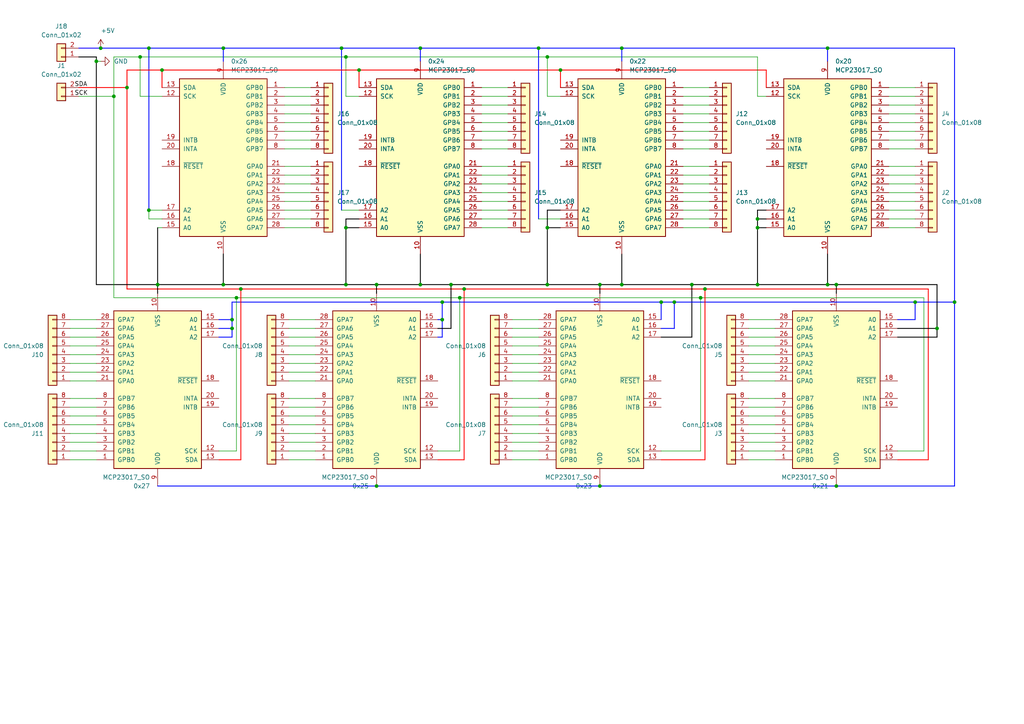
<source format=kicad_sch>
(kicad_sch
	(version 20231120)
	(generator "eeschema")
	(generator_version "8.0")
	(uuid "e8c82c7d-8913-4c14-88a6-eacd34824c98")
	(paper "A4")
	(title_block
		(title "MCP23017 - 8 Components extension")
		(date "2025-01-17")
		(company "Darlann Banache")
	)
	(lib_symbols
		(symbol "Connector_Generic:Conn_01x02"
			(pin_names
				(offset 1.016) hide)
			(exclude_from_sim no)
			(in_bom yes)
			(on_board yes)
			(property "Reference" "J"
				(at 0 2.54 0)
				(effects
					(font
						(size 1.27 1.27)
					)
				)
			)
			(property "Value" "Conn_01x02"
				(at 0 -5.08 0)
				(effects
					(font
						(size 1.27 1.27)
					)
				)
			)
			(property "Footprint" ""
				(at 0 0 0)
				(effects
					(font
						(size 1.27 1.27)
					)
					(hide yes)
				)
			)
			(property "Datasheet" "~"
				(at 0 0 0)
				(effects
					(font
						(size 1.27 1.27)
					)
					(hide yes)
				)
			)
			(property "Description" "Generic connector, single row, 01x02, script generated (kicad-library-utils/schlib/autogen/connector/)"
				(at 0 0 0)
				(effects
					(font
						(size 1.27 1.27)
					)
					(hide yes)
				)
			)
			(property "ki_keywords" "connector"
				(at 0 0 0)
				(effects
					(font
						(size 1.27 1.27)
					)
					(hide yes)
				)
			)
			(property "ki_fp_filters" "Connector*:*_1x??_*"
				(at 0 0 0)
				(effects
					(font
						(size 1.27 1.27)
					)
					(hide yes)
				)
			)
			(symbol "Conn_01x02_1_1"
				(rectangle
					(start -1.27 -2.413)
					(end 0 -2.667)
					(stroke
						(width 0.1524)
						(type default)
					)
					(fill
						(type none)
					)
				)
				(rectangle
					(start -1.27 0.127)
					(end 0 -0.127)
					(stroke
						(width 0.1524)
						(type default)
					)
					(fill
						(type none)
					)
				)
				(rectangle
					(start -1.27 1.27)
					(end 1.27 -3.81)
					(stroke
						(width 0.254)
						(type default)
					)
					(fill
						(type background)
					)
				)
				(pin passive line
					(at -5.08 0 0)
					(length 3.81)
					(name "Pin_1"
						(effects
							(font
								(size 1.27 1.27)
							)
						)
					)
					(number "1"
						(effects
							(font
								(size 1.27 1.27)
							)
						)
					)
				)
				(pin passive line
					(at -5.08 -2.54 0)
					(length 3.81)
					(name "Pin_2"
						(effects
							(font
								(size 1.27 1.27)
							)
						)
					)
					(number "2"
						(effects
							(font
								(size 1.27 1.27)
							)
						)
					)
				)
			)
		)
		(symbol "Connector_Generic:Conn_01x08"
			(pin_names
				(offset 1.016) hide)
			(exclude_from_sim no)
			(in_bom yes)
			(on_board yes)
			(property "Reference" "J"
				(at 0 10.16 0)
				(effects
					(font
						(size 1.27 1.27)
					)
				)
			)
			(property "Value" "Conn_01x08"
				(at 0 -12.7 0)
				(effects
					(font
						(size 1.27 1.27)
					)
				)
			)
			(property "Footprint" ""
				(at 0 0 0)
				(effects
					(font
						(size 1.27 1.27)
					)
					(hide yes)
				)
			)
			(property "Datasheet" "~"
				(at 0 0 0)
				(effects
					(font
						(size 1.27 1.27)
					)
					(hide yes)
				)
			)
			(property "Description" "Generic connector, single row, 01x08, script generated (kicad-library-utils/schlib/autogen/connector/)"
				(at 0 0 0)
				(effects
					(font
						(size 1.27 1.27)
					)
					(hide yes)
				)
			)
			(property "ki_keywords" "connector"
				(at 0 0 0)
				(effects
					(font
						(size 1.27 1.27)
					)
					(hide yes)
				)
			)
			(property "ki_fp_filters" "Connector*:*_1x??_*"
				(at 0 0 0)
				(effects
					(font
						(size 1.27 1.27)
					)
					(hide yes)
				)
			)
			(symbol "Conn_01x08_1_1"
				(rectangle
					(start -1.27 -10.033)
					(end 0 -10.287)
					(stroke
						(width 0.1524)
						(type default)
					)
					(fill
						(type none)
					)
				)
				(rectangle
					(start -1.27 -7.493)
					(end 0 -7.747)
					(stroke
						(width 0.1524)
						(type default)
					)
					(fill
						(type none)
					)
				)
				(rectangle
					(start -1.27 -4.953)
					(end 0 -5.207)
					(stroke
						(width 0.1524)
						(type default)
					)
					(fill
						(type none)
					)
				)
				(rectangle
					(start -1.27 -2.413)
					(end 0 -2.667)
					(stroke
						(width 0.1524)
						(type default)
					)
					(fill
						(type none)
					)
				)
				(rectangle
					(start -1.27 0.127)
					(end 0 -0.127)
					(stroke
						(width 0.1524)
						(type default)
					)
					(fill
						(type none)
					)
				)
				(rectangle
					(start -1.27 2.667)
					(end 0 2.413)
					(stroke
						(width 0.1524)
						(type default)
					)
					(fill
						(type none)
					)
				)
				(rectangle
					(start -1.27 5.207)
					(end 0 4.953)
					(stroke
						(width 0.1524)
						(type default)
					)
					(fill
						(type none)
					)
				)
				(rectangle
					(start -1.27 7.747)
					(end 0 7.493)
					(stroke
						(width 0.1524)
						(type default)
					)
					(fill
						(type none)
					)
				)
				(rectangle
					(start -1.27 8.89)
					(end 1.27 -11.43)
					(stroke
						(width 0.254)
						(type default)
					)
					(fill
						(type background)
					)
				)
				(pin passive line
					(at -5.08 7.62 0)
					(length 3.81)
					(name "Pin_1"
						(effects
							(font
								(size 1.27 1.27)
							)
						)
					)
					(number "1"
						(effects
							(font
								(size 1.27 1.27)
							)
						)
					)
				)
				(pin passive line
					(at -5.08 5.08 0)
					(length 3.81)
					(name "Pin_2"
						(effects
							(font
								(size 1.27 1.27)
							)
						)
					)
					(number "2"
						(effects
							(font
								(size 1.27 1.27)
							)
						)
					)
				)
				(pin passive line
					(at -5.08 2.54 0)
					(length 3.81)
					(name "Pin_3"
						(effects
							(font
								(size 1.27 1.27)
							)
						)
					)
					(number "3"
						(effects
							(font
								(size 1.27 1.27)
							)
						)
					)
				)
				(pin passive line
					(at -5.08 0 0)
					(length 3.81)
					(name "Pin_4"
						(effects
							(font
								(size 1.27 1.27)
							)
						)
					)
					(number "4"
						(effects
							(font
								(size 1.27 1.27)
							)
						)
					)
				)
				(pin passive line
					(at -5.08 -2.54 0)
					(length 3.81)
					(name "Pin_5"
						(effects
							(font
								(size 1.27 1.27)
							)
						)
					)
					(number "5"
						(effects
							(font
								(size 1.27 1.27)
							)
						)
					)
				)
				(pin passive line
					(at -5.08 -5.08 0)
					(length 3.81)
					(name "Pin_6"
						(effects
							(font
								(size 1.27 1.27)
							)
						)
					)
					(number "6"
						(effects
							(font
								(size 1.27 1.27)
							)
						)
					)
				)
				(pin passive line
					(at -5.08 -7.62 0)
					(length 3.81)
					(name "Pin_7"
						(effects
							(font
								(size 1.27 1.27)
							)
						)
					)
					(number "7"
						(effects
							(font
								(size 1.27 1.27)
							)
						)
					)
				)
				(pin passive line
					(at -5.08 -10.16 0)
					(length 3.81)
					(name "Pin_8"
						(effects
							(font
								(size 1.27 1.27)
							)
						)
					)
					(number "8"
						(effects
							(font
								(size 1.27 1.27)
							)
						)
					)
				)
			)
		)
		(symbol "Interface_Expansion:MCP23017_SO"
			(pin_names
				(offset 1.016)
			)
			(exclude_from_sim no)
			(in_bom yes)
			(on_board yes)
			(property "Reference" "U"
				(at -11.43 24.13 0)
				(effects
					(font
						(size 1.27 1.27)
					)
				)
			)
			(property "Value" "MCP23017_SO"
				(at 0 0 0)
				(effects
					(font
						(size 1.27 1.27)
					)
				)
			)
			(property "Footprint" "Package_SO:SOIC-28W_7.5x17.9mm_P1.27mm"
				(at 5.08 -25.4 0)
				(effects
					(font
						(size 1.27 1.27)
					)
					(justify left)
					(hide yes)
				)
			)
			(property "Datasheet" "https://ww1.microchip.com/downloads/aemDocuments/documents/APID/ProductDocuments/DataSheets/MCP23017-Data-Sheet-DS20001952.pdf"
				(at 5.08 -27.94 0)
				(effects
					(font
						(size 1.27 1.27)
					)
					(justify left)
					(hide yes)
				)
			)
			(property "Description" "16-bit I/O expander, I2C, interrupts, w pull-ups, GPA/B7 output only (https://microchip.my.site.com/s/article/GPA7---GPB7-Cannot-Be-Used-as-Inputs-In-MCP23017),  SOIC-28"
				(at 0 0 0)
				(effects
					(font
						(size 1.27 1.27)
					)
					(hide yes)
				)
			)
			(property "ki_keywords" "I2C parallel port expander"
				(at 0 0 0)
				(effects
					(font
						(size 1.27 1.27)
					)
					(hide yes)
				)
			)
			(property "ki_fp_filters" "SOIC*7.5x17.9mm*P1.27mm*"
				(at 0 0 0)
				(effects
					(font
						(size 1.27 1.27)
					)
					(hide yes)
				)
			)
			(symbol "MCP23017_SO_0_1"
				(rectangle
					(start -12.7 22.86)
					(end 12.7 -22.86)
					(stroke
						(width 0.254)
						(type default)
					)
					(fill
						(type background)
					)
				)
			)
			(symbol "MCP23017_SO_1_1"
				(pin bidirectional line
					(at 17.78 20.32 180)
					(length 5.08)
					(name "GPB0"
						(effects
							(font
								(size 1.27 1.27)
							)
						)
					)
					(number "1"
						(effects
							(font
								(size 1.27 1.27)
							)
						)
					)
				)
				(pin power_in line
					(at 0 -27.94 90)
					(length 5.08)
					(name "VSS"
						(effects
							(font
								(size 1.27 1.27)
							)
						)
					)
					(number "10"
						(effects
							(font
								(size 1.27 1.27)
							)
						)
					)
				)
				(pin no_connect line
					(at -12.7 15.24 0)
					(length 5.08) hide
					(name "NC"
						(effects
							(font
								(size 1.27 1.27)
							)
						)
					)
					(number "11"
						(effects
							(font
								(size 1.27 1.27)
							)
						)
					)
				)
				(pin input line
					(at -17.78 17.78 0)
					(length 5.08)
					(name "SCK"
						(effects
							(font
								(size 1.27 1.27)
							)
						)
					)
					(number "12"
						(effects
							(font
								(size 1.27 1.27)
							)
						)
					)
				)
				(pin bidirectional line
					(at -17.78 20.32 0)
					(length 5.08)
					(name "SDA"
						(effects
							(font
								(size 1.27 1.27)
							)
						)
					)
					(number "13"
						(effects
							(font
								(size 1.27 1.27)
							)
						)
					)
				)
				(pin no_connect line
					(at -12.7 12.7 0)
					(length 5.08) hide
					(name "NC"
						(effects
							(font
								(size 1.27 1.27)
							)
						)
					)
					(number "14"
						(effects
							(font
								(size 1.27 1.27)
							)
						)
					)
				)
				(pin input line
					(at -17.78 -20.32 0)
					(length 5.08)
					(name "A0"
						(effects
							(font
								(size 1.27 1.27)
							)
						)
					)
					(number "15"
						(effects
							(font
								(size 1.27 1.27)
							)
						)
					)
				)
				(pin input line
					(at -17.78 -17.78 0)
					(length 5.08)
					(name "A1"
						(effects
							(font
								(size 1.27 1.27)
							)
						)
					)
					(number "16"
						(effects
							(font
								(size 1.27 1.27)
							)
						)
					)
				)
				(pin input line
					(at -17.78 -15.24 0)
					(length 5.08)
					(name "A2"
						(effects
							(font
								(size 1.27 1.27)
							)
						)
					)
					(number "17"
						(effects
							(font
								(size 1.27 1.27)
							)
						)
					)
				)
				(pin input line
					(at -17.78 -2.54 0)
					(length 5.08)
					(name "~{RESET}"
						(effects
							(font
								(size 1.27 1.27)
							)
						)
					)
					(number "18"
						(effects
							(font
								(size 1.27 1.27)
							)
						)
					)
				)
				(pin tri_state line
					(at -17.78 5.08 0)
					(length 5.08)
					(name "INTB"
						(effects
							(font
								(size 1.27 1.27)
							)
						)
					)
					(number "19"
						(effects
							(font
								(size 1.27 1.27)
							)
						)
					)
				)
				(pin bidirectional line
					(at 17.78 17.78 180)
					(length 5.08)
					(name "GPB1"
						(effects
							(font
								(size 1.27 1.27)
							)
						)
					)
					(number "2"
						(effects
							(font
								(size 1.27 1.27)
							)
						)
					)
				)
				(pin tri_state line
					(at -17.78 2.54 0)
					(length 5.08)
					(name "INTA"
						(effects
							(font
								(size 1.27 1.27)
							)
						)
					)
					(number "20"
						(effects
							(font
								(size 1.27 1.27)
							)
						)
					)
				)
				(pin bidirectional line
					(at 17.78 -2.54 180)
					(length 5.08)
					(name "GPA0"
						(effects
							(font
								(size 1.27 1.27)
							)
						)
					)
					(number "21"
						(effects
							(font
								(size 1.27 1.27)
							)
						)
					)
				)
				(pin bidirectional line
					(at 17.78 -5.08 180)
					(length 5.08)
					(name "GPA1"
						(effects
							(font
								(size 1.27 1.27)
							)
						)
					)
					(number "22"
						(effects
							(font
								(size 1.27 1.27)
							)
						)
					)
				)
				(pin bidirectional line
					(at 17.78 -7.62 180)
					(length 5.08)
					(name "GPA2"
						(effects
							(font
								(size 1.27 1.27)
							)
						)
					)
					(number "23"
						(effects
							(font
								(size 1.27 1.27)
							)
						)
					)
				)
				(pin bidirectional line
					(at 17.78 -10.16 180)
					(length 5.08)
					(name "GPA3"
						(effects
							(font
								(size 1.27 1.27)
							)
						)
					)
					(number "24"
						(effects
							(font
								(size 1.27 1.27)
							)
						)
					)
				)
				(pin bidirectional line
					(at 17.78 -12.7 180)
					(length 5.08)
					(name "GPA4"
						(effects
							(font
								(size 1.27 1.27)
							)
						)
					)
					(number "25"
						(effects
							(font
								(size 1.27 1.27)
							)
						)
					)
				)
				(pin bidirectional line
					(at 17.78 -15.24 180)
					(length 5.08)
					(name "GPA5"
						(effects
							(font
								(size 1.27 1.27)
							)
						)
					)
					(number "26"
						(effects
							(font
								(size 1.27 1.27)
							)
						)
					)
				)
				(pin bidirectional line
					(at 17.78 -17.78 180)
					(length 5.08)
					(name "GPA6"
						(effects
							(font
								(size 1.27 1.27)
							)
						)
					)
					(number "27"
						(effects
							(font
								(size 1.27 1.27)
							)
						)
					)
				)
				(pin output line
					(at 17.78 -20.32 180)
					(length 5.08)
					(name "GPA7"
						(effects
							(font
								(size 1.27 1.27)
							)
						)
					)
					(number "28"
						(effects
							(font
								(size 1.27 1.27)
							)
						)
					)
				)
				(pin bidirectional line
					(at 17.78 15.24 180)
					(length 5.08)
					(name "GPB2"
						(effects
							(font
								(size 1.27 1.27)
							)
						)
					)
					(number "3"
						(effects
							(font
								(size 1.27 1.27)
							)
						)
					)
				)
				(pin bidirectional line
					(at 17.78 12.7 180)
					(length 5.08)
					(name "GPB3"
						(effects
							(font
								(size 1.27 1.27)
							)
						)
					)
					(number "4"
						(effects
							(font
								(size 1.27 1.27)
							)
						)
					)
				)
				(pin bidirectional line
					(at 17.78 10.16 180)
					(length 5.08)
					(name "GPB4"
						(effects
							(font
								(size 1.27 1.27)
							)
						)
					)
					(number "5"
						(effects
							(font
								(size 1.27 1.27)
							)
						)
					)
				)
				(pin bidirectional line
					(at 17.78 7.62 180)
					(length 5.08)
					(name "GPB5"
						(effects
							(font
								(size 1.27 1.27)
							)
						)
					)
					(number "6"
						(effects
							(font
								(size 1.27 1.27)
							)
						)
					)
				)
				(pin bidirectional line
					(at 17.78 5.08 180)
					(length 5.08)
					(name "GPB6"
						(effects
							(font
								(size 1.27 1.27)
							)
						)
					)
					(number "7"
						(effects
							(font
								(size 1.27 1.27)
							)
						)
					)
				)
				(pin output line
					(at 17.78 2.54 180)
					(length 5.08)
					(name "GPB7"
						(effects
							(font
								(size 1.27 1.27)
							)
						)
					)
					(number "8"
						(effects
							(font
								(size 1.27 1.27)
							)
						)
					)
				)
				(pin power_in line
					(at 0 27.94 270)
					(length 5.08)
					(name "VDD"
						(effects
							(font
								(size 1.27 1.27)
							)
						)
					)
					(number "9"
						(effects
							(font
								(size 1.27 1.27)
							)
						)
					)
				)
			)
		)
		(symbol "power:+5V"
			(power)
			(pin_numbers hide)
			(pin_names
				(offset 0) hide)
			(exclude_from_sim no)
			(in_bom yes)
			(on_board yes)
			(property "Reference" "#PWR"
				(at 0 -3.81 0)
				(effects
					(font
						(size 1.27 1.27)
					)
					(hide yes)
				)
			)
			(property "Value" "+5V"
				(at 0 3.556 0)
				(effects
					(font
						(size 1.27 1.27)
					)
				)
			)
			(property "Footprint" ""
				(at 0 0 0)
				(effects
					(font
						(size 1.27 1.27)
					)
					(hide yes)
				)
			)
			(property "Datasheet" ""
				(at 0 0 0)
				(effects
					(font
						(size 1.27 1.27)
					)
					(hide yes)
				)
			)
			(property "Description" "Power symbol creates a global label with name \"+5V\""
				(at 0 0 0)
				(effects
					(font
						(size 1.27 1.27)
					)
					(hide yes)
				)
			)
			(property "ki_keywords" "global power"
				(at 0 0 0)
				(effects
					(font
						(size 1.27 1.27)
					)
					(hide yes)
				)
			)
			(symbol "+5V_0_1"
				(polyline
					(pts
						(xy -0.762 1.27) (xy 0 2.54)
					)
					(stroke
						(width 0)
						(type default)
					)
					(fill
						(type none)
					)
				)
				(polyline
					(pts
						(xy 0 0) (xy 0 2.54)
					)
					(stroke
						(width 0)
						(type default)
					)
					(fill
						(type none)
					)
				)
				(polyline
					(pts
						(xy 0 2.54) (xy 0.762 1.27)
					)
					(stroke
						(width 0)
						(type default)
					)
					(fill
						(type none)
					)
				)
			)
			(symbol "+5V_1_1"
				(pin power_in line
					(at 0 0 90)
					(length 0)
					(name "~"
						(effects
							(font
								(size 1.27 1.27)
							)
						)
					)
					(number "1"
						(effects
							(font
								(size 1.27 1.27)
							)
						)
					)
				)
			)
		)
		(symbol "power:GND"
			(power)
			(pin_numbers hide)
			(pin_names
				(offset 0) hide)
			(exclude_from_sim no)
			(in_bom yes)
			(on_board yes)
			(property "Reference" "#PWR"
				(at 0 -6.35 0)
				(effects
					(font
						(size 1.27 1.27)
					)
					(hide yes)
				)
			)
			(property "Value" "GND"
				(at 0 -3.81 0)
				(effects
					(font
						(size 1.27 1.27)
					)
				)
			)
			(property "Footprint" ""
				(at 0 0 0)
				(effects
					(font
						(size 1.27 1.27)
					)
					(hide yes)
				)
			)
			(property "Datasheet" ""
				(at 0 0 0)
				(effects
					(font
						(size 1.27 1.27)
					)
					(hide yes)
				)
			)
			(property "Description" "Power symbol creates a global label with name \"GND\" , ground"
				(at 0 0 0)
				(effects
					(font
						(size 1.27 1.27)
					)
					(hide yes)
				)
			)
			(property "ki_keywords" "global power"
				(at 0 0 0)
				(effects
					(font
						(size 1.27 1.27)
					)
					(hide yes)
				)
			)
			(symbol "GND_0_1"
				(polyline
					(pts
						(xy 0 0) (xy 0 -1.27) (xy 1.27 -1.27) (xy 0 -2.54) (xy -1.27 -1.27) (xy 0 -1.27)
					)
					(stroke
						(width 0)
						(type default)
					)
					(fill
						(type none)
					)
				)
			)
			(symbol "GND_1_1"
				(pin power_in line
					(at 0 0 270)
					(length 0)
					(name "~"
						(effects
							(font
								(size 1.27 1.27)
							)
						)
					)
					(number "1"
						(effects
							(font
								(size 1.27 1.27)
							)
						)
					)
				)
			)
		)
	)
	(junction
		(at 195.58 87.63)
		(diameter 0)
		(color 0 0 0 0)
		(uuid "0d1ce476-abc7-4bbd-9117-d76a1af42331")
	)
	(junction
		(at 68.58 86.36)
		(diameter 0)
		(color 0 0 0 0)
		(uuid "1c785301-5a68-438e-9b0e-c3dddc229e31")
	)
	(junction
		(at 242.57 82.55)
		(diameter 0)
		(color 0 0 0 0)
		(uuid "1d4b0d4d-0812-4e6d-a0cc-8b6a8425c70c")
	)
	(junction
		(at 180.34 82.55)
		(diameter 0)
		(color 0 0 0 0)
		(uuid "214a7ed6-4cea-454e-a407-407b1972b6ef")
	)
	(junction
		(at 158.75 66.04)
		(diameter 0)
		(color 0 0 0 0)
		(uuid "25170a13-531d-4935-aa9e-cb8ac6f37ac9")
	)
	(junction
		(at 271.78 95.25)
		(diameter 0)
		(color 0 0 0 0)
		(uuid "2728857f-baad-4bdd-af3e-7961dc488432")
	)
	(junction
		(at 121.92 82.55)
		(diameter 0)
		(color 0 0 0 0)
		(uuid "28e812c9-59fc-4268-95a6-e0c0fbc0fb63")
	)
	(junction
		(at 204.47 83.82)
		(diameter 0)
		(color 0 0 0 0)
		(uuid "3712142f-bc8b-41b8-b3f0-0b18eb336cb6")
	)
	(junction
		(at 104.14 20.32)
		(diameter 0)
		(color 0 0 0 0)
		(uuid "3a8c0d9d-0f6c-4314-9cae-847e64369fb8")
	)
	(junction
		(at 46.99 20.32)
		(diameter 0)
		(color 0 0 0 0)
		(uuid "3c666638-5247-46a4-be6e-db9d6222cdfc")
	)
	(junction
		(at 242.57 140.97)
		(diameter 0)
		(color 0 0 0 0)
		(uuid "41242ba6-293f-499b-b38c-9dc18e169687")
	)
	(junction
		(at 67.31 95.25)
		(diameter 0)
		(color 0 0 0 0)
		(uuid "485ccba6-de9a-49de-b034-4df777404b4f")
	)
	(junction
		(at 100.33 66.04)
		(diameter 0)
		(color 0 0 0 0)
		(uuid "4b6d330c-c578-4755-a627-fc834476d474")
	)
	(junction
		(at 100.33 16.51)
		(diameter 0)
		(color 0 0 0 0)
		(uuid "53309d0f-9fa8-4077-8ce2-379624bbb77b")
	)
	(junction
		(at 158.75 16.51)
		(diameter 0)
		(color 0 0 0 0)
		(uuid "56dd433c-5b26-4336-98c2-e1a9d3ad5ab6")
	)
	(junction
		(at 219.71 63.5)
		(diameter 0)
		(color 0 0 0 0)
		(uuid "57eacee2-5411-45a1-bed2-b57ea52a9ddd")
	)
	(junction
		(at 43.18 13.97)
		(diameter 0)
		(color 0 0 0 0)
		(uuid "5ebe5770-23ac-421b-98f7-55b18b387702")
	)
	(junction
		(at 240.03 82.55)
		(diameter 0)
		(color 0 0 0 0)
		(uuid "61309da1-4ed0-4524-bd9f-e81a644718bc")
	)
	(junction
		(at 43.18 60.96)
		(diameter 0)
		(color 0 0 0 0)
		(uuid "61971ba0-895d-4356-aed6-c5d73d44def6")
	)
	(junction
		(at 158.75 82.55)
		(diameter 0)
		(color 0 0 0 0)
		(uuid "696ee357-cc45-4835-99ff-aeb3956a0382")
	)
	(junction
		(at 203.2 86.36)
		(diameter 0)
		(color 0 0 0 0)
		(uuid "6af196e7-32ca-4f87-a338-7c35b2a52f53")
	)
	(junction
		(at 219.71 66.04)
		(diameter 0)
		(color 0 0 0 0)
		(uuid "6b6ba0e9-c1f6-4caf-be97-9a1cbee33ce7")
	)
	(junction
		(at 100.33 82.55)
		(diameter 0)
		(color 0 0 0 0)
		(uuid "6d56b24d-0306-4279-b12b-0e25ece70449")
	)
	(junction
		(at 36.83 25.4)
		(diameter 0)
		(color 0 0 0 0)
		(uuid "700f0a93-2353-49a4-805f-648e3327de19")
	)
	(junction
		(at 156.21 13.97)
		(diameter 0)
		(color 0 0 0 0)
		(uuid "724eff34-ce1d-481f-bdbf-a9a3eea805d9")
	)
	(junction
		(at 67.31 92.71)
		(diameter 0)
		(color 0 0 0 0)
		(uuid "73dcbf60-cbb0-4d91-9b0f-722c3e4587da")
	)
	(junction
		(at 173.99 140.97)
		(diameter 0)
		(color 0 0 0 0)
		(uuid "7e639bff-6766-423f-aa63-7b3e828c703a")
	)
	(junction
		(at 128.27 87.63)
		(diameter 0)
		(color 0 0 0 0)
		(uuid "887cac72-ca60-40e1-a383-0661293b4e69")
	)
	(junction
		(at 33.02 27.94)
		(diameter 0)
		(color 0 0 0 0)
		(uuid "8bc01a2a-fb3c-4a20-b091-e7eb7949a5a6")
	)
	(junction
		(at 180.34 13.97)
		(diameter 0)
		(color 0 0 0 0)
		(uuid "8e980c10-9bc2-4c87-9bf0-8061979f944a")
	)
	(junction
		(at 219.71 82.55)
		(diameter 0)
		(color 0 0 0 0)
		(uuid "9084d649-239c-42fa-b16e-a9b64b930f7c")
	)
	(junction
		(at 64.77 13.97)
		(diameter 0)
		(color 0 0 0 0)
		(uuid "99ad4981-0e66-47cd-85b7-14954ca6d935")
	)
	(junction
		(at 99.06 13.97)
		(diameter 0)
		(color 0 0 0 0)
		(uuid "a10e2cba-9b5a-4fa9-922a-166e92f115ec")
	)
	(junction
		(at 69.85 83.82)
		(diameter 0)
		(color 0 0 0 0)
		(uuid "a53b972b-49b8-4765-84cc-ffb484a7099e")
	)
	(junction
		(at 200.66 82.55)
		(diameter 0)
		(color 0 0 0 0)
		(uuid "a6b04d1e-86bd-4cb7-a0dd-003628be7bc6")
	)
	(junction
		(at 45.72 82.55)
		(diameter 0)
		(color 0 0 0 0)
		(uuid "acfc3b88-f3b7-4053-9421-dfdedde925ea")
	)
	(junction
		(at 64.77 82.55)
		(diameter 0)
		(color 0 0 0 0)
		(uuid "b24e5500-4b72-4556-b837-1424ac0ae90e")
	)
	(junction
		(at 133.35 86.36)
		(diameter 0)
		(color 0 0 0 0)
		(uuid "b2d102d7-a6b6-4fc6-be84-a9bbf01936c3")
	)
	(junction
		(at 109.22 82.55)
		(diameter 0)
		(color 0 0 0 0)
		(uuid "b2e47ca1-c588-48d4-ab4d-238b27878102")
	)
	(junction
		(at 121.92 13.97)
		(diameter 0)
		(color 0 0 0 0)
		(uuid "c3c1834c-f680-460c-927e-bc9ac38ebafb")
	)
	(junction
		(at 276.86 87.63)
		(diameter 0)
		(color 0 0 0 0)
		(uuid "c82a0ddc-9f89-4dc3-8a88-03f423556cdf")
	)
	(junction
		(at 134.62 83.82)
		(diameter 0)
		(color 0 0 0 0)
		(uuid "c8f6eefb-ddf4-4900-aaeb-85466239d4c3")
	)
	(junction
		(at 162.56 20.32)
		(diameter 0)
		(color 0 0 0 0)
		(uuid "cf78e1d8-45a6-44d5-a2af-f0b70f3d0ac6")
	)
	(junction
		(at 27.94 17.78)
		(diameter 0)
		(color 0 0 0 0)
		(uuid "d084c3cc-f021-44b4-9ac5-73594576cbaf")
	)
	(junction
		(at 109.22 140.97)
		(diameter 0)
		(color 0 0 0 0)
		(uuid "d2eefa2e-468b-4152-b12f-9cffdc2a728c")
	)
	(junction
		(at 40.64 16.51)
		(diameter 0)
		(color 0 0 0 0)
		(uuid "d3b53ea7-6cda-48ab-be9d-f62b884044c2")
	)
	(junction
		(at 29.21 13.97)
		(diameter 0)
		(color 0 0 0 0)
		(uuid "d8189243-8c62-4407-9158-13cc1595213e")
	)
	(junction
		(at 191.77 87.63)
		(diameter 0)
		(color 0 0 0 0)
		(uuid "ddc3bc3d-1bd1-48c7-b1eb-dc57cbeb5f55")
	)
	(junction
		(at 240.03 13.97)
		(diameter 0)
		(color 0 0 0 0)
		(uuid "e0c85d3e-7e54-4a37-827c-7691608ad62e")
	)
	(junction
		(at 173.99 82.55)
		(diameter 0)
		(color 0 0 0 0)
		(uuid "e80c7aa4-de1e-4063-af86-f74de505c51d")
	)
	(junction
		(at 128.27 92.71)
		(diameter 0)
		(color 0 0 0 0)
		(uuid "e89547e1-e802-4a3a-a24a-a1f177bfbc5f")
	)
	(junction
		(at 130.81 82.55)
		(diameter 0)
		(color 0 0 0 0)
		(uuid "f43ae7c6-e4b8-440f-a1e1-4ad012a0bc8a")
	)
	(junction
		(at 265.43 87.63)
		(diameter 0)
		(color 0 0 0 0)
		(uuid "fdd5d45b-6eb6-4e3f-9ba0-9b251a939d22")
	)
	(wire
		(pts
			(xy 158.75 66.04) (xy 158.75 82.55)
		)
		(stroke
			(width 0.254)
			(type default)
			(color 0 0 0 1)
		)
		(uuid "013cfea9-f0ae-4d56-8699-c341c2a5061d")
	)
	(wire
		(pts
			(xy 173.99 140.97) (xy 242.57 140.97)
		)
		(stroke
			(width 0.254)
			(type solid)
			(color 0 7 255 1)
		)
		(uuid "01b9fae7-78aa-42ed-89a4-9f0f92502ee6")
	)
	(wire
		(pts
			(xy 224.79 120.65) (xy 217.17 120.65)
		)
		(stroke
			(width 0)
			(type default)
		)
		(uuid "01e08e68-2843-4135-844b-eeb703009624")
	)
	(wire
		(pts
			(xy 82.55 27.94) (xy 90.17 27.94)
		)
		(stroke
			(width 0)
			(type default)
		)
		(uuid "02204952-e7a4-4a0b-b340-e0287e648fab")
	)
	(wire
		(pts
			(xy 224.79 107.95) (xy 217.17 107.95)
		)
		(stroke
			(width 0)
			(type default)
		)
		(uuid "02347306-8618-4222-9141-f7e9a43d15ac")
	)
	(wire
		(pts
			(xy 257.81 25.4) (xy 265.43 25.4)
		)
		(stroke
			(width 0)
			(type default)
		)
		(uuid "02fa2df1-9f91-4a18-a721-4441d1518dc2")
	)
	(wire
		(pts
			(xy 224.79 125.73) (xy 217.17 125.73)
		)
		(stroke
			(width 0)
			(type default)
		)
		(uuid "039b5db3-c47e-41c8-9065-d42b1b73ef34")
	)
	(wire
		(pts
			(xy 36.83 20.32) (xy 46.99 20.32)
		)
		(stroke
			(width 0.254)
			(type default)
			(color 255 0 0 1)
		)
		(uuid "05745a00-340f-47b9-88db-9f593247e279")
	)
	(wire
		(pts
			(xy 276.86 87.63) (xy 276.86 140.97)
		)
		(stroke
			(width 0.254)
			(type solid)
			(color 0 7 255 1)
		)
		(uuid "058bd130-7d11-4267-97f3-2c4135658859")
	)
	(wire
		(pts
			(xy 91.44 105.41) (xy 83.82 105.41)
		)
		(stroke
			(width 0)
			(type default)
		)
		(uuid "06273b22-e04f-436f-ba9c-9ad746a9616d")
	)
	(wire
		(pts
			(xy 156.21 13.97) (xy 180.34 13.97)
		)
		(stroke
			(width 0.254)
			(type solid)
			(color 0 7 255 1)
		)
		(uuid "0715b0d4-3b5e-43a7-9296-f491a7cd28dd")
	)
	(wire
		(pts
			(xy 128.27 87.63) (xy 191.77 87.63)
		)
		(stroke
			(width 0.254)
			(type solid)
			(color 0 7 255 1)
		)
		(uuid "0897dfe2-73fd-43f7-97b6-15ad62609ec5")
	)
	(wire
		(pts
			(xy 109.22 82.55) (xy 109.22 85.09)
		)
		(stroke
			(width 0.254)
			(type default)
			(color 0 0 0 1)
		)
		(uuid "0affcb4d-997e-4c2e-a165-ea53cedb7a42")
	)
	(wire
		(pts
			(xy 121.92 82.55) (xy 130.81 82.55)
		)
		(stroke
			(width 0.254)
			(type default)
			(color 0 0 0 1)
		)
		(uuid "0b308477-2973-47d1-a85d-a797c929e80b")
	)
	(wire
		(pts
			(xy 99.06 13.97) (xy 121.92 13.97)
		)
		(stroke
			(width 0.254)
			(type solid)
			(color 0 7 255 1)
		)
		(uuid "0c2debe8-70da-4db3-bd35-8743495b3a85")
	)
	(wire
		(pts
			(xy 271.78 97.79) (xy 260.35 97.79)
		)
		(stroke
			(width 0.254)
			(type default)
			(color 0 0 0 1)
		)
		(uuid "0d8aa91d-5904-433e-a327-8f33b856ae4d")
	)
	(wire
		(pts
			(xy 27.94 130.81) (xy 20.32 130.81)
		)
		(stroke
			(width 0)
			(type default)
		)
		(uuid "0db6a547-8347-4934-a9ca-3b0277c64417")
	)
	(wire
		(pts
			(xy 204.47 83.82) (xy 204.47 133.35)
		)
		(stroke
			(width 0.254)
			(type default)
			(color 255 0 0 1)
		)
		(uuid "0dd62890-1ed1-42d1-a4c3-700a4a83aff1")
	)
	(wire
		(pts
			(xy 46.99 66.04) (xy 45.72 66.04)
		)
		(stroke
			(width 0)
			(type default)
		)
		(uuid "0ecf27b1-7424-48d4-bf47-1cbd46a49b45")
	)
	(wire
		(pts
			(xy 224.79 130.81) (xy 217.17 130.81)
		)
		(stroke
			(width 0)
			(type default)
		)
		(uuid "101489ca-a7c0-46cd-8e3f-67cb6f9fe706")
	)
	(wire
		(pts
			(xy 67.31 97.79) (xy 63.5 97.79)
		)
		(stroke
			(width 0.254)
			(type solid)
			(color 0 7 255 1)
		)
		(uuid "1097e2e3-e0c0-4628-98ed-156c80df2c7e")
	)
	(wire
		(pts
			(xy 82.55 43.18) (xy 90.17 43.18)
		)
		(stroke
			(width 0)
			(type default)
		)
		(uuid "1157427d-3926-4172-be5c-30a35d8194ce")
	)
	(wire
		(pts
			(xy 158.75 60.96) (xy 158.75 66.04)
		)
		(stroke
			(width 0.254)
			(type default)
			(color 0 0 0 1)
		)
		(uuid "128a8e86-a0a2-4a24-9da2-7671ce4f54be")
	)
	(wire
		(pts
			(xy 22.86 13.97) (xy 29.21 13.97)
		)
		(stroke
			(width 0.254)
			(type default)
			(color 16 0 255 1)
		)
		(uuid "13250f79-172b-497b-9997-4590e5989b35")
	)
	(wire
		(pts
			(xy 257.81 48.26) (xy 265.43 48.26)
		)
		(stroke
			(width 0)
			(type default)
		)
		(uuid "13460034-c3a7-40af-8160-4a64ac361f95")
	)
	(wire
		(pts
			(xy 162.56 60.96) (xy 158.75 60.96)
		)
		(stroke
			(width 0.254)
			(type default)
			(color 0 0 0 1)
		)
		(uuid "14b4afd1-f368-4e86-b172-223bb17f07f5")
	)
	(wire
		(pts
			(xy 271.78 82.55) (xy 271.78 95.25)
		)
		(stroke
			(width 0.254)
			(type default)
			(color 0 0 0 1)
		)
		(uuid "15869b7d-a4bd-4cb1-bd78-68d1da813dbd")
	)
	(wire
		(pts
			(xy 100.33 66.04) (xy 100.33 82.55)
		)
		(stroke
			(width 0.254)
			(type default)
			(color 0 0 0 1)
		)
		(uuid "16e0057b-27cf-4d84-83b4-acc3e5c053d6")
	)
	(wire
		(pts
			(xy 139.7 30.48) (xy 147.32 30.48)
		)
		(stroke
			(width 0)
			(type default)
		)
		(uuid "17186519-ce84-459c-97fc-d83c8b764682")
	)
	(wire
		(pts
			(xy 242.57 82.55) (xy 271.78 82.55)
		)
		(stroke
			(width 0.254)
			(type default)
			(color 0 0 0 1)
		)
		(uuid "17fcb3a7-6c32-4beb-b132-befc1764b6fe")
	)
	(wire
		(pts
			(xy 156.21 115.57) (xy 148.59 115.57)
		)
		(stroke
			(width 0)
			(type default)
		)
		(uuid "180f90cc-2908-44e8-93a8-c4dda9e6fbe9")
	)
	(wire
		(pts
			(xy 191.77 130.81) (xy 203.2 130.81)
		)
		(stroke
			(width 0)
			(type default)
		)
		(uuid "18758a79-df3b-4228-87ae-8ef4bc2c60e9")
	)
	(wire
		(pts
			(xy 134.62 133.35) (xy 127 133.35)
		)
		(stroke
			(width 0.254)
			(type default)
			(color 255 0 0 1)
		)
		(uuid "195cb927-4b3b-43ef-9d40-3060019c7707")
	)
	(wire
		(pts
			(xy 128.27 87.63) (xy 67.31 87.63)
		)
		(stroke
			(width 0.254)
			(type solid)
			(color 0 7 255 1)
		)
		(uuid "196bff15-36fe-4c15-b15e-3d0db45b9c28")
	)
	(wire
		(pts
			(xy 104.14 20.32) (xy 104.14 25.4)
		)
		(stroke
			(width 0.254)
			(type default)
			(color 255 0 0 1)
		)
		(uuid "19a230a8-26e3-4d58-af09-1362021caaa5")
	)
	(wire
		(pts
			(xy 27.94 105.41) (xy 20.32 105.41)
		)
		(stroke
			(width 0)
			(type default)
		)
		(uuid "1a9d03b8-cf50-4b54-a871-37015ba9a21c")
	)
	(wire
		(pts
			(xy 156.21 118.11) (xy 148.59 118.11)
		)
		(stroke
			(width 0)
			(type default)
		)
		(uuid "1b1c5b42-3dd2-443a-beb7-46b9fb5218fb")
	)
	(wire
		(pts
			(xy 265.43 87.63) (xy 276.86 87.63)
		)
		(stroke
			(width 0.254)
			(type solid)
			(color 0 7 255 1)
		)
		(uuid "1dc3f4de-4cfc-4eee-b40c-30ea489a3606")
	)
	(wire
		(pts
			(xy 33.02 27.94) (xy 33.02 86.36)
		)
		(stroke
			(width 0)
			(type default)
		)
		(uuid "1ea73ac8-8523-4144-acc8-29966cd625ae")
	)
	(wire
		(pts
			(xy 33.02 86.36) (xy 68.58 86.36)
		)
		(stroke
			(width 0)
			(type default)
		)
		(uuid "1ef54d71-aa4c-414c-9ab2-d39c1f0fa1fe")
	)
	(wire
		(pts
			(xy 27.94 92.71) (xy 20.32 92.71)
		)
		(stroke
			(width 0)
			(type default)
		)
		(uuid "20b85063-7b39-45a6-8a84-eb30367faa8f")
	)
	(wire
		(pts
			(xy 27.94 95.25) (xy 20.32 95.25)
		)
		(stroke
			(width 0)
			(type default)
		)
		(uuid "20be883d-ca2b-419f-804a-1e074bdb86c9")
	)
	(wire
		(pts
			(xy 27.94 118.11) (xy 20.32 118.11)
		)
		(stroke
			(width 0)
			(type default)
		)
		(uuid "21b2dfa5-a4ee-4f46-8d9a-9a31c697bf31")
	)
	(wire
		(pts
			(xy 269.24 133.35) (xy 260.35 133.35)
		)
		(stroke
			(width 0.254)
			(type default)
			(color 255 0 0 1)
		)
		(uuid "220dacea-f3ba-4a50-ba06-2c76874e062d")
	)
	(wire
		(pts
			(xy 257.81 63.5) (xy 265.43 63.5)
		)
		(stroke
			(width 0)
			(type default)
		)
		(uuid "23c02f4e-77fc-4715-adc7-2c628d8fd499")
	)
	(wire
		(pts
			(xy 128.27 97.79) (xy 128.27 92.71)
		)
		(stroke
			(width 0.254)
			(type solid)
			(color 0 7 255 1)
		)
		(uuid "23f3ccbd-1c7e-44b6-bbd6-3fc06b3a4092")
	)
	(wire
		(pts
			(xy 162.56 27.94) (xy 158.75 27.94)
		)
		(stroke
			(width 0)
			(type default)
		)
		(uuid "262851dc-b48e-48af-b965-74e16da7c144")
	)
	(wire
		(pts
			(xy 257.81 58.42) (xy 265.43 58.42)
		)
		(stroke
			(width 0)
			(type default)
		)
		(uuid "2700b649-77bb-4a72-9b7c-4fd266642bfb")
	)
	(wire
		(pts
			(xy 276.86 13.97) (xy 276.86 87.63)
		)
		(stroke
			(width 0.254)
			(type solid)
			(color 0 7 255 1)
		)
		(uuid "2791d4b4-67f1-42f5-afd2-1a1873acfc0b")
	)
	(wire
		(pts
			(xy 222.25 63.5) (xy 219.71 63.5)
		)
		(stroke
			(width 0.254)
			(type default)
			(color 0 0 0 1)
		)
		(uuid "28d9a8b8-9246-4c93-803e-0d0059e9a7ba")
	)
	(wire
		(pts
			(xy 91.44 120.65) (xy 83.82 120.65)
		)
		(stroke
			(width 0)
			(type default)
		)
		(uuid "2ba50093-dea6-4acf-ab74-7aa1dfb9b4fc")
	)
	(wire
		(pts
			(xy 139.7 27.94) (xy 147.32 27.94)
		)
		(stroke
			(width 0)
			(type default)
		)
		(uuid "2bfd709e-f626-44c9-8302-6189df4de959")
	)
	(wire
		(pts
			(xy 27.94 125.73) (xy 20.32 125.73)
		)
		(stroke
			(width 0)
			(type default)
		)
		(uuid "2d0dfd67-4e1d-459a-8889-90e10a6663d8")
	)
	(wire
		(pts
			(xy 191.77 87.63) (xy 191.77 92.71)
		)
		(stroke
			(width 0.254)
			(type solid)
			(color 0 7 255 1)
		)
		(uuid "2d3e872c-14c5-47eb-be6c-79d76e570995")
	)
	(wire
		(pts
			(xy 43.18 60.96) (xy 43.18 13.97)
		)
		(stroke
			(width 0.254)
			(type solid)
			(color 0 7 255 1)
		)
		(uuid "2d43c980-accb-476c-84ed-b90d921436c3")
	)
	(wire
		(pts
			(xy 139.7 43.18) (xy 147.32 43.18)
		)
		(stroke
			(width 0)
			(type default)
		)
		(uuid "2d4f9167-5a8c-4407-88a0-b103d26e2064")
	)
	(wire
		(pts
			(xy 27.94 16.51) (xy 27.94 17.78)
		)
		(stroke
			(width 0.254)
			(type default)
			(color 0 0 0 1)
		)
		(uuid "2e02f63f-a0e4-46d6-aaed-4084bbabd664")
	)
	(wire
		(pts
			(xy 267.97 86.36) (xy 267.97 130.81)
		)
		(stroke
			(width 0)
			(type default)
		)
		(uuid "2ef4cc2d-555b-4593-9b7a-bd392db9beaf")
	)
	(wire
		(pts
			(xy 82.55 38.1) (xy 90.17 38.1)
		)
		(stroke
			(width 0)
			(type default)
		)
		(uuid "2f1b0508-f33e-4b46-9e97-f0acdc5d4e84")
	)
	(wire
		(pts
			(xy 257.81 50.8) (xy 265.43 50.8)
		)
		(stroke
			(width 0)
			(type default)
		)
		(uuid "32c4ceab-7d15-4208-bb54-7b9edfbad7cd")
	)
	(wire
		(pts
			(xy 240.03 13.97) (xy 240.03 17.78)
		)
		(stroke
			(width 0.254)
			(type solid)
			(color 0 7 255 1)
		)
		(uuid "35768072-7eb5-42a2-b68c-029d5ce3628c")
	)
	(wire
		(pts
			(xy 224.79 100.33) (xy 217.17 100.33)
		)
		(stroke
			(width 0)
			(type default)
		)
		(uuid "35ab596a-ef25-4b1d-a9ea-c53edaa3ec7b")
	)
	(wire
		(pts
			(xy 22.86 25.4) (xy 36.83 25.4)
		)
		(stroke
			(width 0.254)
			(type default)
			(color 255 0 0 1)
		)
		(uuid "38f60968-5bfe-499b-befd-c2b85901db63")
	)
	(wire
		(pts
			(xy 91.44 115.57) (xy 83.82 115.57)
		)
		(stroke
			(width 0)
			(type default)
		)
		(uuid "396cd03b-c196-4e58-9926-4b86f9b63bc8")
	)
	(wire
		(pts
			(xy 156.21 125.73) (xy 148.59 125.73)
		)
		(stroke
			(width 0)
			(type default)
		)
		(uuid "3a092c9a-af1a-4ec2-b1e3-cbd605b889e4")
	)
	(wire
		(pts
			(xy 158.75 82.55) (xy 173.99 82.55)
		)
		(stroke
			(width 0.254)
			(type default)
			(color 0 0 0 1)
		)
		(uuid "3a0b687f-f885-4727-a1f4-fd1b933ec100")
	)
	(wire
		(pts
			(xy 82.55 53.34) (xy 90.17 53.34)
		)
		(stroke
			(width 0)
			(type default)
		)
		(uuid "3a7d62d0-8ef2-43b0-8779-004270e8b286")
	)
	(wire
		(pts
			(xy 224.79 97.79) (xy 217.17 97.79)
		)
		(stroke
			(width 0)
			(type default)
		)
		(uuid "3ae9b200-177f-4031-98ad-01d54b181285")
	)
	(wire
		(pts
			(xy 27.94 110.49) (xy 20.32 110.49)
		)
		(stroke
			(width 0)
			(type default)
		)
		(uuid "3c45a97e-483f-464b-8e64-0b1b4d2b6312")
	)
	(wire
		(pts
			(xy 100.33 16.51) (xy 158.75 16.51)
		)
		(stroke
			(width 0)
			(type default)
		)
		(uuid "3d4da906-cda4-4465-892a-918ab9be2f96")
	)
	(wire
		(pts
			(xy 195.58 87.63) (xy 195.58 95.25)
		)
		(stroke
			(width 0.254)
			(type solid)
			(color 0 7 255 1)
		)
		(uuid "3d6eed54-24ad-4fc1-916c-0f1c76e1d878")
	)
	(wire
		(pts
			(xy 27.94 82.55) (xy 45.72 82.55)
		)
		(stroke
			(width 0.254)
			(type default)
			(color 0 0 0 1)
		)
		(uuid "3f6d27c5-2d89-41ce-b016-62ecd3fc39af")
	)
	(wire
		(pts
			(xy 139.7 66.04) (xy 147.32 66.04)
		)
		(stroke
			(width 0)
			(type default)
		)
		(uuid "40d0e433-82d2-416a-918e-5b54571f11e8")
	)
	(wire
		(pts
			(xy 257.81 43.18) (xy 265.43 43.18)
		)
		(stroke
			(width 0)
			(type default)
		)
		(uuid "41571b41-7d50-4e0a-aa5e-f619a1376fc5")
	)
	(wire
		(pts
			(xy 27.94 128.27) (xy 20.32 128.27)
		)
		(stroke
			(width 0)
			(type default)
		)
		(uuid "419c10bb-aa5e-449f-899d-c12b3ad33fcc")
	)
	(wire
		(pts
			(xy 82.55 25.4) (xy 90.17 25.4)
		)
		(stroke
			(width 0)
			(type default)
		)
		(uuid "41c05d6c-312a-4155-b86e-3c6cfbbda57c")
	)
	(wire
		(pts
			(xy 198.12 63.5) (xy 205.74 63.5)
		)
		(stroke
			(width 0)
			(type default)
		)
		(uuid "42b5c8aa-5943-4371-9c90-b71931a79fd8")
	)
	(wire
		(pts
			(xy 64.77 13.97) (xy 64.77 17.78)
		)
		(stroke
			(width 0.254)
			(type solid)
			(color 0 7 255 1)
		)
		(uuid "43393863-42f3-49dc-bd71-e738bce9d23c")
	)
	(wire
		(pts
			(xy 27.94 107.95) (xy 20.32 107.95)
		)
		(stroke
			(width 0)
			(type default)
		)
		(uuid "446db671-9773-4840-952b-71615887dcea")
	)
	(wire
		(pts
			(xy 46.99 63.5) (xy 43.18 63.5)
		)
		(stroke
			(width 0)
			(type default)
		)
		(uuid "451f83b3-8385-4652-bfa1-9e51b4b536ae")
	)
	(wire
		(pts
			(xy 139.7 25.4) (xy 147.32 25.4)
		)
		(stroke
			(width 0)
			(type default)
		)
		(uuid "452b1daf-2569-4ab0-96dd-19cc3c362844")
	)
	(wire
		(pts
			(xy 91.44 110.49) (xy 83.82 110.49)
		)
		(stroke
			(width 0)
			(type default)
		)
		(uuid "46190544-b5f6-462a-a08e-073265de9ade")
	)
	(wire
		(pts
			(xy 203.2 86.36) (xy 267.97 86.36)
		)
		(stroke
			(width 0)
			(type default)
		)
		(uuid "489c1b25-7145-43e1-89ac-320299ff3df8")
	)
	(wire
		(pts
			(xy 265.43 87.63) (xy 195.58 87.63)
		)
		(stroke
			(width 0.254)
			(type solid)
			(color 0 7 255 1)
		)
		(uuid "499d02bb-21a7-4187-bf21-edecb4dc226e")
	)
	(wire
		(pts
			(xy 195.58 87.63) (xy 191.77 87.63)
		)
		(stroke
			(width 0.254)
			(type solid)
			(color 0 7 255 1)
		)
		(uuid "4a5d0546-0385-44c0-863e-dd53cdee7df6")
	)
	(wire
		(pts
			(xy 257.81 55.88) (xy 265.43 55.88)
		)
		(stroke
			(width 0)
			(type default)
		)
		(uuid "4adeac19-c015-4f5c-aae1-6771adfa1cf7")
	)
	(wire
		(pts
			(xy 27.94 82.55) (xy 27.94 17.78)
		)
		(stroke
			(width 0.254)
			(type default)
			(color 0 0 0 1)
		)
		(uuid "4b2463e4-33b7-4eda-aac2-a1163c4600bd")
	)
	(wire
		(pts
			(xy 219.71 16.51) (xy 219.71 27.94)
		)
		(stroke
			(width 0)
			(type default)
		)
		(uuid "4c7afdd8-fbd6-4ffc-98fd-2f523e8a3c69")
	)
	(wire
		(pts
			(xy 198.12 50.8) (xy 205.74 50.8)
		)
		(stroke
			(width 0)
			(type default)
		)
		(uuid "4c882a67-874b-41e0-b653-7cd0b05a2dce")
	)
	(wire
		(pts
			(xy 46.99 27.94) (xy 40.64 27.94)
		)
		(stroke
			(width 0)
			(type default)
		)
		(uuid "4ddcf057-3087-4a68-b5b9-92bfd16d82b4")
	)
	(wire
		(pts
			(xy 82.55 66.04) (xy 90.17 66.04)
		)
		(stroke
			(width 0)
			(type default)
		)
		(uuid "4dde6ffc-3205-4300-8b10-1b944e9fbe1f")
	)
	(wire
		(pts
			(xy 198.12 40.64) (xy 205.74 40.64)
		)
		(stroke
			(width 0)
			(type default)
		)
		(uuid "4e9ac40f-9880-46b0-add9-0d020d3cffb6")
	)
	(wire
		(pts
			(xy 224.79 133.35) (xy 217.17 133.35)
		)
		(stroke
			(width 0)
			(type default)
		)
		(uuid "4ec07aa8-8a71-4e1f-8977-e1bd0ab35f54")
	)
	(wire
		(pts
			(xy 82.55 35.56) (xy 90.17 35.56)
		)
		(stroke
			(width 0)
			(type default)
		)
		(uuid "4eceb711-a3cf-4011-b324-b254e825b115")
	)
	(wire
		(pts
			(xy 139.7 53.34) (xy 147.32 53.34)
		)
		(stroke
			(width 0)
			(type default)
		)
		(uuid "4ef8ac30-bf12-4184-aa64-982a4c2f66df")
	)
	(wire
		(pts
			(xy 198.12 30.48) (xy 205.74 30.48)
		)
		(stroke
			(width 0)
			(type default)
		)
		(uuid "5042b682-3165-47b9-88a0-452bca319367")
	)
	(wire
		(pts
			(xy 99.06 60.96) (xy 104.14 60.96)
		)
		(stroke
			(width 0)
			(type default)
		)
		(uuid "50c97607-40f7-48af-9ca1-d985f310e04d")
	)
	(wire
		(pts
			(xy 133.35 130.81) (xy 133.35 86.36)
		)
		(stroke
			(width 0)
			(type default)
		)
		(uuid "517c932f-b376-4d76-abc8-25ad5ff8e397")
	)
	(wire
		(pts
			(xy 33.02 16.51) (xy 40.64 16.51)
		)
		(stroke
			(width 0)
			(type default)
		)
		(uuid "52b2023a-ff28-4c22-8183-68a435ec6dde")
	)
	(wire
		(pts
			(xy 156.21 123.19) (xy 148.59 123.19)
		)
		(stroke
			(width 0)
			(type default)
		)
		(uuid "537ec6fb-a269-4fae-919b-eeec575bf66b")
	)
	(wire
		(pts
			(xy 127 130.81) (xy 133.35 130.81)
		)
		(stroke
			(width 0)
			(type default)
		)
		(uuid "54a04f25-5652-4861-a896-0b0f283a488f")
	)
	(wire
		(pts
			(xy 222.25 60.96) (xy 219.71 60.96)
		)
		(stroke
			(width 0.254)
			(type default)
			(color 0 0 0 1)
		)
		(uuid "54a40aa8-8a73-45af-af91-b47b44a5b806")
	)
	(wire
		(pts
			(xy 204.47 133.35) (xy 191.77 133.35)
		)
		(stroke
			(width 0.254)
			(type default)
			(color 255 0 0 1)
		)
		(uuid "566b411f-a880-4f2e-98a8-10f9a049efbf")
	)
	(wire
		(pts
			(xy 173.99 82.55) (xy 173.99 85.09)
		)
		(stroke
			(width 0.254)
			(type default)
			(color 0 0 0 1)
		)
		(uuid "56f8bb44-a2ef-49a8-ac8b-77bac8707c56")
	)
	(wire
		(pts
			(xy 224.79 115.57) (xy 217.17 115.57)
		)
		(stroke
			(width 0)
			(type default)
		)
		(uuid "58a20062-ecb8-4f92-81a4-59fd60f402dd")
	)
	(wire
		(pts
			(xy 198.12 48.26) (xy 205.74 48.26)
		)
		(stroke
			(width 0)
			(type default)
		)
		(uuid "58bf9391-e91a-4418-ad71-c3121f2e9765")
	)
	(wire
		(pts
			(xy 63.5 130.81) (xy 68.58 130.81)
		)
		(stroke
			(width 0)
			(type default)
		)
		(uuid "5b235efd-e1ea-451c-a371-a48d0b4d1074")
	)
	(wire
		(pts
			(xy 240.03 13.97) (xy 276.86 13.97)
		)
		(stroke
			(width 0.254)
			(type solid)
			(color 0 7 255 1)
		)
		(uuid "5cd2e759-7445-4381-b0c9-fa7ee13f726f")
	)
	(wire
		(pts
			(xy 64.77 13.97) (xy 99.06 13.97)
		)
		(stroke
			(width 0.254)
			(type solid)
			(color 0 7 255 1)
		)
		(uuid "5d9b0126-e0d3-4de4-b614-bd5833e508aa")
	)
	(wire
		(pts
			(xy 200.66 82.55) (xy 219.71 82.55)
		)
		(stroke
			(width 0.254)
			(type default)
			(color 0 0 0 1)
		)
		(uuid "5ddd26d2-2c06-4901-9a3f-e0ad758c0514")
	)
	(wire
		(pts
			(xy 139.7 63.5) (xy 147.32 63.5)
		)
		(stroke
			(width 0)
			(type default)
		)
		(uuid "5ea6ed66-8ba1-43f3-b3bb-50f462bb0b2a")
	)
	(wire
		(pts
			(xy 257.81 53.34) (xy 265.43 53.34)
		)
		(stroke
			(width 0)
			(type default)
		)
		(uuid "600e81cd-4957-41bd-b20e-f358194a8f01")
	)
	(wire
		(pts
			(xy 133.35 86.36) (xy 203.2 86.36)
		)
		(stroke
			(width 0)
			(type default)
		)
		(uuid "60501382-8bc8-4e0e-9914-beed8d90e5e0")
	)
	(wire
		(pts
			(xy 91.44 100.33) (xy 83.82 100.33)
		)
		(stroke
			(width 0)
			(type default)
		)
		(uuid "60ed1217-18a8-4740-9ce9-39080a477e3f")
	)
	(wire
		(pts
			(xy 162.56 63.5) (xy 156.21 63.5)
		)
		(stroke
			(width 0)
			(type default)
		)
		(uuid "6261469a-87bd-4995-98a8-875dbaeb65a5")
	)
	(wire
		(pts
			(xy 69.85 83.82) (xy 134.62 83.82)
		)
		(stroke
			(width 0.254)
			(type default)
			(color 255 0 0 1)
		)
		(uuid "641ca8f2-df93-4d2d-880f-fca01b984301")
	)
	(wire
		(pts
			(xy 27.94 120.65) (xy 20.32 120.65)
		)
		(stroke
			(width 0)
			(type default)
		)
		(uuid "64348020-9162-4424-a2a3-c975dfef8fda")
	)
	(wire
		(pts
			(xy 121.92 73.66) (xy 121.92 82.55)
		)
		(stroke
			(width 0.254)
			(type default)
			(color 0 0 0 1)
		)
		(uuid "6438fb41-59d1-4d77-b309-286981db9284")
	)
	(wire
		(pts
			(xy 91.44 95.25) (xy 83.82 95.25)
		)
		(stroke
			(width 0)
			(type default)
		)
		(uuid "65a3f0df-5d45-4fb5-9017-35e38e6be75f")
	)
	(wire
		(pts
			(xy 240.03 73.66) (xy 240.03 82.55)
		)
		(stroke
			(width 0.254)
			(type default)
			(color 0 0 0 1)
		)
		(uuid "65aeda8e-6f2e-4f91-b899-302902ba7968")
	)
	(wire
		(pts
			(xy 224.79 92.71) (xy 217.17 92.71)
		)
		(stroke
			(width 0)
			(type default)
		)
		(uuid "6646b6d6-7e6e-4e69-8926-8ce37eb87c66")
	)
	(wire
		(pts
			(xy 200.66 97.79) (xy 200.66 82.55)
		)
		(stroke
			(width 0.254)
			(type default)
			(color 0 0 0 1)
		)
		(uuid "66b8f8b9-0025-4b46-b069-6235951582c3")
	)
	(wire
		(pts
			(xy 43.18 63.5) (xy 43.18 60.96)
		)
		(stroke
			(width 0)
			(type default)
		)
		(uuid "68b12017-d1ac-47f5-9eb6-68abb67d845e")
	)
	(wire
		(pts
			(xy 45.72 85.09) (xy 45.72 82.55)
		)
		(stroke
			(width 0.254)
			(type default)
			(color 0 0 0 1)
		)
		(uuid "6c2e9986-798b-42b5-a0b5-e01f05101af5")
	)
	(wire
		(pts
			(xy 139.7 50.8) (xy 147.32 50.8)
		)
		(stroke
			(width 0)
			(type default)
		)
		(uuid "6c9807e8-a835-47bb-8747-5cede5509409")
	)
	(wire
		(pts
			(xy 22.86 16.51) (xy 27.94 16.51)
		)
		(stroke
			(width 0.254)
			(type default)
			(color 0 0 0 1)
		)
		(uuid "6cc8baea-ff6a-4ac2-8293-67e22b838ba1")
	)
	(wire
		(pts
			(xy 257.81 40.64) (xy 265.43 40.64)
		)
		(stroke
			(width 0)
			(type default)
		)
		(uuid "6f16bf6e-04da-407d-941d-9a990aa1073f")
	)
	(wire
		(pts
			(xy 257.81 35.56) (xy 265.43 35.56)
		)
		(stroke
			(width 0)
			(type default)
		)
		(uuid "723d4821-7daa-40cc-881e-91941d19254f")
	)
	(wire
		(pts
			(xy 69.85 133.35) (xy 63.5 133.35)
		)
		(stroke
			(width 0.254)
			(type default)
			(color 255 0 0 1)
		)
		(uuid "7366811c-079d-4383-b05e-d15f0de6c762")
	)
	(wire
		(pts
			(xy 204.47 83.82) (xy 269.24 83.82)
		)
		(stroke
			(width 0.254)
			(type default)
			(color 255 0 0 1)
		)
		(uuid "7487cf51-3800-4ab0-8309-837caa4ab3d7")
	)
	(wire
		(pts
			(xy 219.71 66.04) (xy 219.71 82.55)
		)
		(stroke
			(width 0.254)
			(type default)
			(color 0 0 0 1)
		)
		(uuid "7489dc07-44bc-423e-99c2-7d2dc2da007a")
	)
	(wire
		(pts
			(xy 222.25 66.04) (xy 219.71 66.04)
		)
		(stroke
			(width 0.254)
			(type default)
			(color 0 0 0 1)
		)
		(uuid "74f82e8f-e2e9-4d95-a0d8-3bce85942d66")
	)
	(wire
		(pts
			(xy 139.7 55.88) (xy 147.32 55.88)
		)
		(stroke
			(width 0)
			(type default)
		)
		(uuid "76423543-d78a-45bb-9d2c-b68c2ab9f499")
	)
	(wire
		(pts
			(xy 100.33 16.51) (xy 100.33 27.94)
		)
		(stroke
			(width 0)
			(type default)
		)
		(uuid "76b84e24-20a4-4c09-a941-26e40e595a60")
	)
	(wire
		(pts
			(xy 156.21 100.33) (xy 148.59 100.33)
		)
		(stroke
			(width 0)
			(type default)
		)
		(uuid "77ccc670-4fdc-4b96-afa7-323863985a7f")
	)
	(wire
		(pts
			(xy 271.78 95.25) (xy 260.35 95.25)
		)
		(stroke
			(width 0.254)
			(type default)
			(color 0 0 0 1)
		)
		(uuid "78168f1c-be36-4cce-a20a-f760d05e22b2")
	)
	(wire
		(pts
			(xy 82.55 48.26) (xy 90.17 48.26)
		)
		(stroke
			(width 0)
			(type default)
		)
		(uuid "79114d5b-d9a5-42ea-a422-9faeda20c535")
	)
	(wire
		(pts
			(xy 162.56 20.32) (xy 222.25 20.32)
		)
		(stroke
			(width 0.254)
			(type default)
			(color 255 0 0 1)
		)
		(uuid "791f66b1-cadf-428c-869c-3510f572c23c")
	)
	(wire
		(pts
			(xy 40.64 16.51) (xy 100.33 16.51)
		)
		(stroke
			(width 0)
			(type default)
		)
		(uuid "7983cb32-2662-4369-8433-adbe366ee244")
	)
	(wire
		(pts
			(xy 198.12 43.18) (xy 205.74 43.18)
		)
		(stroke
			(width 0)
			(type default)
		)
		(uuid "7adf1212-ed07-43dc-9fd2-9091000ef106")
	)
	(wire
		(pts
			(xy 257.81 27.94) (xy 265.43 27.94)
		)
		(stroke
			(width 0)
			(type default)
		)
		(uuid "7b17e3f5-5694-4ef4-8b94-b0b4831606a6")
	)
	(wire
		(pts
			(xy 198.12 58.42) (xy 205.74 58.42)
		)
		(stroke
			(width 0)
			(type default)
		)
		(uuid "7b449aab-4b20-4b77-bfd5-2bd3bf7b50e4")
	)
	(wire
		(pts
			(xy 156.21 110.49) (xy 148.59 110.49)
		)
		(stroke
			(width 0)
			(type default)
		)
		(uuid "7c8c9f8b-4329-4e0f-a655-1087711cab6a")
	)
	(wire
		(pts
			(xy 82.55 60.96) (xy 90.17 60.96)
		)
		(stroke
			(width 0)
			(type default)
		)
		(uuid "7cadebe3-e11a-4763-a599-fbee7d094723")
	)
	(wire
		(pts
			(xy 91.44 125.73) (xy 83.82 125.73)
		)
		(stroke
			(width 0)
			(type default)
		)
		(uuid "7dc388ae-d6d7-4d12-96bc-de7685c63b0e")
	)
	(wire
		(pts
			(xy 91.44 92.71) (xy 83.82 92.71)
		)
		(stroke
			(width 0)
			(type default)
		)
		(uuid "7e1b5aea-3066-4995-8496-5d51ac7a4230")
	)
	(wire
		(pts
			(xy 29.21 13.97) (xy 43.18 13.97)
		)
		(stroke
			(width 0.254)
			(type solid)
			(color 0 7 255 1)
		)
		(uuid "7ea99d53-6c89-4a36-9ceb-87f7a27df46f")
	)
	(wire
		(pts
			(xy 156.21 105.41) (xy 148.59 105.41)
		)
		(stroke
			(width 0)
			(type default)
		)
		(uuid "7f2dbf16-3fc6-4dce-b2ba-db1650936c04")
	)
	(wire
		(pts
			(xy 198.12 66.04) (xy 205.74 66.04)
		)
		(stroke
			(width 0)
			(type default)
		)
		(uuid "7fcd0352-07a0-46ad-8091-3e2e16441f86")
	)
	(wire
		(pts
			(xy 45.72 140.97) (xy 109.22 140.97)
		)
		(stroke
			(width 0.254)
			(type solid)
			(color 0 7 255 1)
		)
		(uuid "81acf169-c13c-41ba-b5e5-7be556b115e9")
	)
	(wire
		(pts
			(xy 46.99 20.32) (xy 104.14 20.32)
		)
		(stroke
			(width 0.254)
			(type default)
			(color 255 0 0 1)
		)
		(uuid "81c3ec2a-6def-4e6d-8340-8adc86077b3d")
	)
	(wire
		(pts
			(xy 156.21 120.65) (xy 148.59 120.65)
		)
		(stroke
			(width 0)
			(type default)
		)
		(uuid "825791a9-02f7-4065-8df3-0864c2a2cb18")
	)
	(wire
		(pts
			(xy 224.79 118.11) (xy 217.17 118.11)
		)
		(stroke
			(width 0)
			(type default)
		)
		(uuid "834fde8b-d40d-43da-8c4b-1774dfc6b78b")
	)
	(wire
		(pts
			(xy 27.94 97.79) (xy 20.32 97.79)
		)
		(stroke
			(width 0)
			(type default)
		)
		(uuid "855010eb-4ca2-4ae0-8054-9a7cc99b4d31")
	)
	(wire
		(pts
			(xy 64.77 73.66) (xy 64.77 82.55)
		)
		(stroke
			(width 0.254)
			(type default)
			(color 0 0 0 1)
		)
		(uuid "860164bd-3119-4ed0-b108-8e72f1f70346")
	)
	(wire
		(pts
			(xy 139.7 60.96) (xy 147.32 60.96)
		)
		(stroke
			(width 0)
			(type default)
		)
		(uuid "880e8d83-b805-4cf6-a36b-9ca904b0c1c9")
	)
	(wire
		(pts
			(xy 91.44 133.35) (xy 83.82 133.35)
		)
		(stroke
			(width 0)
			(type default)
		)
		(uuid "8a675f5a-8da0-44dd-8a0b-b7ba89acfdd6")
	)
	(wire
		(pts
			(xy 109.22 140.97) (xy 173.99 140.97)
		)
		(stroke
			(width 0.254)
			(type solid)
			(color 0 7 255 1)
		)
		(uuid "8b80c352-8f7d-49e0-b07e-da868b121555")
	)
	(wire
		(pts
			(xy 180.34 13.97) (xy 240.03 13.97)
		)
		(stroke
			(width 0.254)
			(type solid)
			(color 0 7 255 1)
		)
		(uuid "8cc6f819-2318-4813-ae90-fb3b91bb6ab8")
	)
	(wire
		(pts
			(xy 82.55 30.48) (xy 90.17 30.48)
		)
		(stroke
			(width 0)
			(type default)
		)
		(uuid "8de85eed-93e8-4a90-ba34-dec2f90c9944")
	)
	(wire
		(pts
			(xy 257.81 30.48) (xy 265.43 30.48)
		)
		(stroke
			(width 0)
			(type default)
		)
		(uuid "8f3ba83d-6c23-44df-a4dd-4daea76d4bef")
	)
	(wire
		(pts
			(xy 224.79 123.19) (xy 217.17 123.19)
		)
		(stroke
			(width 0)
			(type default)
		)
		(uuid "9093c644-4787-440f-b8b1-d4c5aea4dbca")
	)
	(wire
		(pts
			(xy 82.55 40.64) (xy 90.17 40.64)
		)
		(stroke
			(width 0)
			(type default)
		)
		(uuid "9163f186-49a6-46d6-ae80-7843f34ff411")
	)
	(wire
		(pts
			(xy 156.21 107.95) (xy 148.59 107.95)
		)
		(stroke
			(width 0)
			(type default)
		)
		(uuid "928c4ae1-c87a-41c1-9e20-67d80beb519b")
	)
	(wire
		(pts
			(xy 257.81 38.1) (xy 265.43 38.1)
		)
		(stroke
			(width 0)
			(type default)
		)
		(uuid "92b59ad6-3478-4848-af80-18afd226ae4d")
	)
	(wire
		(pts
			(xy 46.99 60.96) (xy 43.18 60.96)
		)
		(stroke
			(width 0)
			(type default)
		)
		(uuid "938c0b8b-1853-4a09-b740-7d6bf597ad99")
	)
	(wire
		(pts
			(xy 130.81 95.25) (xy 130.81 82.55)
		)
		(stroke
			(width 0.254)
			(type default)
			(color 0 0 0 1)
		)
		(uuid "94402375-83ef-4c9d-9c3e-bbc661093ae3")
	)
	(wire
		(pts
			(xy 104.14 20.32) (xy 162.56 20.32)
		)
		(stroke
			(width 0.254)
			(type default)
			(color 255 0 0 1)
		)
		(uuid "953ecae3-57ed-49e3-a0d5-eab7601975de")
	)
	(wire
		(pts
			(xy 121.92 13.97) (xy 121.92 17.78)
		)
		(stroke
			(width 0.254)
			(type default)
			(color 0 1 255 1)
		)
		(uuid "955df185-4524-4741-af54-6ec27001ac90")
	)
	(wire
		(pts
			(xy 198.12 60.96) (xy 205.74 60.96)
		)
		(stroke
			(width 0)
			(type default)
		)
		(uuid "9607536a-547e-4552-8ad1-0b351a790602")
	)
	(wire
		(pts
			(xy 158.75 16.51) (xy 158.75 27.94)
		)
		(stroke
			(width 0)
			(type default)
		)
		(uuid "9663ca9f-0826-4761-964a-a24c525f2ebe")
	)
	(wire
		(pts
			(xy 69.85 83.82) (xy 69.85 133.35)
		)
		(stroke
			(width 0.254)
			(type default)
			(color 255 0 0 1)
		)
		(uuid "9667f4a8-0f2f-4dd2-b62d-90109ad5a1e8")
	)
	(wire
		(pts
			(xy 156.21 130.81) (xy 148.59 130.81)
		)
		(stroke
			(width 0)
			(type default)
		)
		(uuid "9788150f-6b2b-4c23-91ae-fab78351d791")
	)
	(wire
		(pts
			(xy 100.33 82.55) (xy 109.22 82.55)
		)
		(stroke
			(width 0.254)
			(type default)
			(color 0 0 0 1)
		)
		(uuid "990a9ea4-b78d-4348-ba5e-e82e3cd0f68b")
	)
	(wire
		(pts
			(xy 121.92 13.97) (xy 156.21 13.97)
		)
		(stroke
			(width 0.254)
			(type solid)
			(color 0 7 255 1)
		)
		(uuid "9b716829-84f8-46b6-be45-0fe93ed78ce6")
	)
	(wire
		(pts
			(xy 27.94 123.19) (xy 20.32 123.19)
		)
		(stroke
			(width 0)
			(type default)
		)
		(uuid "9de4c2ef-2988-4271-923f-ebc4e7ad82f5")
	)
	(wire
		(pts
			(xy 91.44 128.27) (xy 83.82 128.27)
		)
		(stroke
			(width 0)
			(type default)
		)
		(uuid "9df165d6-bac6-4e88-8cf4-9825478a3d2c")
	)
	(wire
		(pts
			(xy 67.31 87.63) (xy 67.31 92.71)
		)
		(stroke
			(width 0.254)
			(type solid)
			(color 0 7 255 1)
		)
		(uuid "9e1e6b2d-6990-4f1e-9a13-5c4c81e1fff3")
	)
	(wire
		(pts
			(xy 82.55 63.5) (xy 90.17 63.5)
		)
		(stroke
			(width 0)
			(type default)
		)
		(uuid "a18cfd71-c924-492e-abae-0768dfdd39aa")
	)
	(wire
		(pts
			(xy 139.7 38.1) (xy 147.32 38.1)
		)
		(stroke
			(width 0)
			(type default)
		)
		(uuid "a34bf9bf-f50c-4be2-bb3b-0a5cd1110b02")
	)
	(wire
		(pts
			(xy 198.12 53.34) (xy 205.74 53.34)
		)
		(stroke
			(width 0)
			(type default)
		)
		(uuid "a5017833-5fcb-4b8a-acde-6e8a48894045")
	)
	(wire
		(pts
			(xy 67.31 92.71) (xy 67.31 95.25)
		)
		(stroke
			(width 0.254)
			(type solid)
			(color 0 7 255 1)
		)
		(uuid "a5bb1916-434c-48bc-afdb-c0fcc1830e48")
	)
	(wire
		(pts
			(xy 180.34 82.55) (xy 200.66 82.55)
		)
		(stroke
			(width 0.254)
			(type default)
			(color 0 0 0 1)
		)
		(uuid "a5f18ce8-f890-4d90-a40c-e89c1d1b2cf2")
	)
	(wire
		(pts
			(xy 127 92.71) (xy 128.27 92.71)
		)
		(stroke
			(width 0.254)
			(type solid)
			(color 0 7 255 1)
		)
		(uuid "a82bdc83-9358-417c-8782-3e377a4d957b")
	)
	(wire
		(pts
			(xy 224.79 102.87) (xy 217.17 102.87)
		)
		(stroke
			(width 0)
			(type default)
		)
		(uuid "a96f8175-1638-4d3a-8377-37a266006d68")
	)
	(wire
		(pts
			(xy 180.34 13.97) (xy 180.34 17.78)
		)
		(stroke
			(width 0.254)
			(type solid)
			(color 0 7 255 1)
		)
		(uuid "a98f601b-1e12-4be7-817f-e22d761d28e1")
	)
	(wire
		(pts
			(xy 156.21 95.25) (xy 148.59 95.25)
		)
		(stroke
			(width 0)
			(type default)
		)
		(uuid "aa95df81-4547-464f-817f-e4eb103e258a")
	)
	(wire
		(pts
			(xy 139.7 35.56) (xy 147.32 35.56)
		)
		(stroke
			(width 0)
			(type default)
		)
		(uuid "ab10c44d-73e1-4699-8a1e-24b52dcd76a5")
	)
	(wire
		(pts
			(xy 109.22 82.55) (xy 121.92 82.55)
		)
		(stroke
			(width 0.254)
			(type default)
			(color 0 0 0 1)
		)
		(uuid "aceddff3-21dc-401b-b056-c74d7b33e24e")
	)
	(wire
		(pts
			(xy 91.44 102.87) (xy 83.82 102.87)
		)
		(stroke
			(width 0)
			(type default)
		)
		(uuid "ad580204-a954-4d69-83c2-1525201e7bb6")
	)
	(wire
		(pts
			(xy 68.58 130.81) (xy 68.58 86.36)
		)
		(stroke
			(width 0)
			(type default)
		)
		(uuid "b10e34bd-1c99-40a5-b150-b7d5be49836a")
	)
	(wire
		(pts
			(xy 224.79 95.25) (xy 217.17 95.25)
		)
		(stroke
			(width 0)
			(type default)
		)
		(uuid "b1498aab-9992-4e6e-b316-de137fa642a8")
	)
	(wire
		(pts
			(xy 91.44 123.19) (xy 83.82 123.19)
		)
		(stroke
			(width 0)
			(type default)
		)
		(uuid "b3ca887b-11a6-492c-80a2-96af7a64ab88")
	)
	(wire
		(pts
			(xy 91.44 130.81) (xy 83.82 130.81)
		)
		(stroke
			(width 0)
			(type default)
		)
		(uuid "b555c39b-9f0b-4949-b31b-7ca8a668e8ef")
	)
	(wire
		(pts
			(xy 156.21 128.27) (xy 148.59 128.27)
		)
		(stroke
			(width 0)
			(type default)
		)
		(uuid "b5abfbd3-b917-4155-91c5-628f515e54d2")
	)
	(wire
		(pts
			(xy 242.57 140.97) (xy 276.86 140.97)
		)
		(stroke
			(width 0.254)
			(type solid)
			(color 0 7 255 1)
		)
		(uuid "b6031d2e-80b9-4c1b-a99e-2e884044a4b1")
	)
	(wire
		(pts
			(xy 104.14 27.94) (xy 100.33 27.94)
		)
		(stroke
			(width 0)
			(type default)
		)
		(uuid "b7926124-3f75-4da3-986e-f3bf63157b0e")
	)
	(wire
		(pts
			(xy 36.83 83.82) (xy 69.85 83.82)
		)
		(stroke
			(width 0.254)
			(type default)
			(color 255 0 0 1)
		)
		(uuid "b7cc7f82-f287-478a-a188-3a7ebd112757")
	)
	(wire
		(pts
			(xy 156.21 133.35) (xy 148.59 133.35)
		)
		(stroke
			(width 0)
			(type default)
		)
		(uuid "bb7e7476-ee2f-4974-9ec2-fd905fec0e09")
	)
	(wire
		(pts
			(xy 180.34 73.66) (xy 180.34 82.55)
		)
		(stroke
			(width 0.254)
			(type default)
			(color 0 0 0 1)
		)
		(uuid "bbd22ba3-61ec-4289-9523-298646a74a11")
	)
	(wire
		(pts
			(xy 27.94 115.57) (xy 20.32 115.57)
		)
		(stroke
			(width 0)
			(type default)
		)
		(uuid "bc5f0fc4-5625-4de9-8d9e-503bda8ff0a3")
	)
	(wire
		(pts
			(xy 198.12 55.88) (xy 205.74 55.88)
		)
		(stroke
			(width 0)
			(type default)
		)
		(uuid "bd4bd46f-f710-4775-9c6a-4b697175db37")
	)
	(wire
		(pts
			(xy 257.81 60.96) (xy 265.43 60.96)
		)
		(stroke
			(width 0)
			(type default)
		)
		(uuid "bd5c9b91-ab82-4b6f-94d9-2938bc27f86c")
	)
	(wire
		(pts
			(xy 267.97 130.81) (xy 260.35 130.81)
		)
		(stroke
			(width 0)
			(type default)
		)
		(uuid "bdf58425-22ec-4304-88b9-1868ab58362c")
	)
	(wire
		(pts
			(xy 198.12 38.1) (xy 205.74 38.1)
		)
		(stroke
			(width 0)
			(type default)
		)
		(uuid "beb1e26a-6bff-43a5-bda5-4cd0c5e2f5a7")
	)
	(wire
		(pts
			(xy 242.57 85.09) (xy 242.57 82.55)
		)
		(stroke
			(width 0.254)
			(type default)
			(color 0 0 0 1)
		)
		(uuid "bf5da199-417e-4587-bb35-d2b56a572eb2")
	)
	(wire
		(pts
			(xy 156.21 63.5) (xy 156.21 13.97)
		)
		(stroke
			(width 0.254)
			(type solid)
			(color 0 7 255 1)
		)
		(uuid "c0b3589f-9f76-4379-93ab-6a922e08aa01")
	)
	(wire
		(pts
			(xy 43.18 13.97) (xy 64.77 13.97)
		)
		(stroke
			(width 0.254)
			(type solid)
			(color 0 7 255 1)
		)
		(uuid "c105aadf-3b98-462d-b29a-e1a3be03bb17")
	)
	(wire
		(pts
			(xy 191.77 97.79) (xy 200.66 97.79)
		)
		(stroke
			(width 0.254)
			(type default)
			(color 0 0 0 1)
		)
		(uuid "c10d4006-514a-4db1-aa99-0103a5b65a45")
	)
	(wire
		(pts
			(xy 156.21 97.79) (xy 148.59 97.79)
		)
		(stroke
			(width 0)
			(type default)
		)
		(uuid "c322dd55-0e23-4e89-95e8-8c9ba590c55e")
	)
	(wire
		(pts
			(xy 198.12 27.94) (xy 205.74 27.94)
		)
		(stroke
			(width 0)
			(type default)
		)
		(uuid "c38f8a9c-a564-4c93-9e1f-43fcf00a5a8d")
	)
	(wire
		(pts
			(xy 27.94 100.33) (xy 20.32 100.33)
		)
		(stroke
			(width 0)
			(type default)
		)
		(uuid "c4276b86-f3ae-4242-8ffb-c55792963054")
	)
	(wire
		(pts
			(xy 224.79 105.41) (xy 217.17 105.41)
		)
		(stroke
			(width 0)
			(type default)
		)
		(uuid "c519f5cf-9ae3-4f09-91ca-9a4c08e7863c")
	)
	(wire
		(pts
			(xy 127 95.25) (xy 130.81 95.25)
		)
		(stroke
			(width 0.254)
			(type default)
			(color 0 0 0 1)
		)
		(uuid "c66b3e7f-7283-45d3-b290-8bb1604748a5")
	)
	(wire
		(pts
			(xy 139.7 33.02) (xy 147.32 33.02)
		)
		(stroke
			(width 0)
			(type default)
		)
		(uuid "c6c7846e-3001-4545-a37a-42da19bba4d6")
	)
	(wire
		(pts
			(xy 82.55 33.02) (xy 90.17 33.02)
		)
		(stroke
			(width 0)
			(type default)
		)
		(uuid "c7375742-c766-4a26-8d25-68101f6cbf25")
	)
	(wire
		(pts
			(xy 257.81 66.04) (xy 265.43 66.04)
		)
		(stroke
			(width 0)
			(type default)
		)
		(uuid "c75c151c-65cd-45c8-bf40-22b61dc4c23e")
	)
	(wire
		(pts
			(xy 156.21 102.87) (xy 148.59 102.87)
		)
		(stroke
			(width 0)
			(type default)
		)
		(uuid "c84a7dfe-79c7-4c9f-9983-d9b5f380bf9b")
	)
	(wire
		(pts
			(xy 100.33 63.5) (xy 100.33 66.04)
		)
		(stroke
			(width 0.254)
			(type default)
			(color 0 0 0 1)
		)
		(uuid "c96e2158-2673-418e-a38f-5f152728e1a8")
	)
	(wire
		(pts
			(xy 91.44 107.95) (xy 83.82 107.95)
		)
		(stroke
			(width 0)
			(type default)
		)
		(uuid "c9bf1b7d-0412-45e3-8111-3235bff89f39")
	)
	(wire
		(pts
			(xy 269.24 83.82) (xy 269.24 133.35)
		)
		(stroke
			(width 0.254)
			(type default)
			(color 255 0 0 1)
		)
		(uuid "cd1af495-d65f-4ac5-b622-fb7f37667154")
	)
	(wire
		(pts
			(xy 91.44 118.11) (xy 83.82 118.11)
		)
		(stroke
			(width 0)
			(type default)
		)
		(uuid "cd335554-228a-4beb-9af0-628267c80fed")
	)
	(wire
		(pts
			(xy 91.44 97.79) (xy 83.82 97.79)
		)
		(stroke
			(width 0)
			(type default)
		)
		(uuid "ce60cb4a-7857-455d-b290-a1aac9709f45")
	)
	(wire
		(pts
			(xy 271.78 95.25) (xy 271.78 97.79)
		)
		(stroke
			(width 0.254)
			(type default)
			(color 0 0 0 1)
		)
		(uuid "d0f85d24-cb55-475c-aaae-e4627d71c8f0")
	)
	(wire
		(pts
			(xy 198.12 25.4) (xy 205.74 25.4)
		)
		(stroke
			(width 0)
			(type default)
		)
		(uuid "d2ed5cfd-8740-490f-8c46-93507af6ce0b")
	)
	(wire
		(pts
			(xy 27.94 133.35) (xy 20.32 133.35)
		)
		(stroke
			(width 0)
			(type default)
		)
		(uuid "d34418bc-3cce-4047-ad77-4a6682cd6fd8")
	)
	(wire
		(pts
			(xy 82.55 50.8) (xy 90.17 50.8)
		)
		(stroke
			(width 0)
			(type default)
		)
		(uuid "d3cf7248-6782-45ac-9fb7-ac640fff2f62")
	)
	(wire
		(pts
			(xy 219.71 82.55) (xy 240.03 82.55)
		)
		(stroke
			(width 0.254)
			(type default)
			(color 0 0 0 1)
		)
		(uuid "d421f27a-a0a0-4592-a84a-c8bff16d6bc5")
	)
	(wire
		(pts
			(xy 45.72 66.04) (xy 45.72 82.55)
		)
		(stroke
			(width 0.254)
			(type default)
			(color 0 0 0 1)
		)
		(uuid "d63ce9cf-3ceb-483b-9b68-da032ad87250")
	)
	(wire
		(pts
			(xy 222.25 20.32) (xy 222.25 25.4)
		)
		(stroke
			(width 0.254)
			(type default)
			(color 255 0 0 1)
		)
		(uuid "d6bf7a09-ce82-4ad2-96e1-364f06131eb4")
	)
	(wire
		(pts
			(xy 219.71 60.96) (xy 219.71 63.5)
		)
		(stroke
			(width 0.254)
			(type default)
			(color 0 0 0 1)
		)
		(uuid "d6efaf66-9d3a-47c7-86f6-b9cb1b25637f")
	)
	(wire
		(pts
			(xy 203.2 130.81) (xy 203.2 86.36)
		)
		(stroke
			(width 0)
			(type default)
		)
		(uuid "d70098bf-1951-47c0-8ca0-3b05ab4cfcae")
	)
	(wire
		(pts
			(xy 134.62 83.82) (xy 134.62 133.35)
		)
		(stroke
			(width 0.254)
			(type default)
			(color 255 0 0 1)
		)
		(uuid "d832a3f7-c014-4c91-b24f-1c8df3bd6b1b")
	)
	(wire
		(pts
			(xy 134.62 83.82) (xy 204.47 83.82)
		)
		(stroke
			(width 0.254)
			(type default)
			(color 255 0 0 1)
		)
		(uuid "d857194e-c572-4352-9c57-00815b3d8c75")
	)
	(wire
		(pts
			(xy 128.27 87.63) (xy 128.27 92.71)
		)
		(stroke
			(width 0.254)
			(type solid)
			(color 0 7 255 1)
		)
		(uuid "d8e80170-e3cc-4868-81e1-c5abc8118cb5")
	)
	(wire
		(pts
			(xy 260.35 92.71) (xy 265.43 92.71)
		)
		(stroke
			(width 0.254)
			(type solid)
			(color 0 7 255 1)
		)
		(uuid "d942b12c-537d-48ea-bf4f-311e4176ad2b")
	)
	(wire
		(pts
			(xy 173.99 82.55) (xy 180.34 82.55)
		)
		(stroke
			(width 0.254)
			(type default)
			(color 0 0 0 1)
		)
		(uuid "da9e175c-5211-4819-9f2e-e070447365ac")
	)
	(wire
		(pts
			(xy 63.5 95.25) (xy 67.31 95.25)
		)
		(stroke
			(width 0.254)
			(type solid)
			(color 0 7 255 1)
		)
		(uuid "dae76619-f4d6-4d78-abec-eaaf17aef48e")
	)
	(wire
		(pts
			(xy 36.83 25.4) (xy 36.83 20.32)
		)
		(stroke
			(width 0.254)
			(type default)
			(color 255 0 0 1)
		)
		(uuid "db2d692a-9a5d-4dd8-bca6-3829aab419a1")
	)
	(wire
		(pts
			(xy 99.06 60.96) (xy 99.06 13.97)
		)
		(stroke
			(width 0.254)
			(type solid)
			(color 0 7 255 1)
		)
		(uuid "dde3934c-23b3-4c93-bcc9-180e5c6d458f")
	)
	(wire
		(pts
			(xy 64.77 82.55) (xy 100.33 82.55)
		)
		(stroke
			(width 0.254)
			(type default)
			(color 0 0 0 1)
		)
		(uuid "de89e2a9-984d-4510-91ae-80c2a3ac5edf")
	)
	(wire
		(pts
			(xy 158.75 66.04) (xy 162.56 66.04)
		)
		(stroke
			(width 0.254)
			(type default)
			(color 0 0 0 1)
		)
		(uuid "de9a2681-28ac-4a21-af78-ab02a6099b81")
	)
	(wire
		(pts
			(xy 100.33 66.04) (xy 104.14 66.04)
		)
		(stroke
			(width 0.254)
			(type default)
			(color 0 0 0 1)
		)
		(uuid "df36a6ed-2dfb-4033-8342-699003d8a971")
	)
	(wire
		(pts
			(xy 240.03 82.55) (xy 242.57 82.55)
		)
		(stroke
			(width 0.254)
			(type default)
			(color 0 0 0 1)
		)
		(uuid "dfb798b4-af26-4910-9240-644e23ace6f0")
	)
	(wire
		(pts
			(xy 224.79 128.27) (xy 217.17 128.27)
		)
		(stroke
			(width 0)
			(type default)
		)
		(uuid "dfd60b26-84fa-4089-ad7a-e736e9f4a856")
	)
	(wire
		(pts
			(xy 139.7 40.64) (xy 147.32 40.64)
		)
		(stroke
			(width 0)
			(type default)
		)
		(uuid "e09409cf-ff4f-4d9f-9d4a-2aba3d4821cf")
	)
	(wire
		(pts
			(xy 22.86 27.94) (xy 33.02 27.94)
		)
		(stroke
			(width 0)
			(type default)
		)
		(uuid "e2062180-bfed-4c4b-96ed-d82216041ebd")
	)
	(wire
		(pts
			(xy 191.77 95.25) (xy 195.58 95.25)
		)
		(stroke
			(width 0.254)
			(type solid)
			(color 0 7 255 1)
		)
		(uuid "e2c481e1-a426-463f-9641-cbf96384a14b")
	)
	(wire
		(pts
			(xy 40.64 16.51) (xy 40.64 27.94)
		)
		(stroke
			(width 0)
			(type default)
		)
		(uuid "e41956c5-c873-4604-bedd-27c37f54dd89")
	)
	(wire
		(pts
			(xy 127 97.79) (xy 128.27 97.79)
		)
		(stroke
			(width 0.254)
			(type solid)
			(color 0 7 255 1)
		)
		(uuid "e4c17218-82de-45e5-a848-09e4a51d8faa")
	)
	(wire
		(pts
			(xy 198.12 35.56) (xy 205.74 35.56)
		)
		(stroke
			(width 0)
			(type default)
		)
		(uuid "e5e03f9b-e1de-4348-8acb-0127c907fc5a")
	)
	(wire
		(pts
			(xy 198.12 33.02) (xy 205.74 33.02)
		)
		(stroke
			(width 0)
			(type default)
		)
		(uuid "e64af4b2-f014-45dc-b44f-b3b9399733dd")
	)
	(wire
		(pts
			(xy 68.58 86.36) (xy 133.35 86.36)
		)
		(stroke
			(width 0)
			(type default)
		)
		(uuid "e9b918c3-e2a4-4f47-b996-ab2b47f8f5e4")
	)
	(wire
		(pts
			(xy 82.55 58.42) (xy 90.17 58.42)
		)
		(stroke
			(width 0)
			(type default)
		)
		(uuid "ea29ac84-5f44-4394-8179-a024f836a3a4")
	)
	(wire
		(pts
			(xy 139.7 48.26) (xy 147.32 48.26)
		)
		(stroke
			(width 0)
			(type default)
		)
		(uuid "eaefe05e-9330-4d95-8820-12409441a9e0")
	)
	(wire
		(pts
			(xy 27.94 102.87) (xy 20.32 102.87)
		)
		(stroke
			(width 0)
			(type default)
		)
		(uuid "ebdafe3c-990c-4d70-95c5-8d86cbd03a74")
	)
	(wire
		(pts
			(xy 33.02 27.94) (xy 33.02 16.51)
		)
		(stroke
			(width 0)
			(type default)
		)
		(uuid "ed557538-5dd9-45ae-9b24-92f1af4ab5af")
	)
	(wire
		(pts
			(xy 162.56 20.32) (xy 162.56 25.4)
		)
		(stroke
			(width 0.254)
			(type default)
			(color 255 0 0 1)
		)
		(uuid "ed875687-b174-4bd4-b709-e451c807d1ba")
	)
	(wire
		(pts
			(xy 257.81 33.02) (xy 265.43 33.02)
		)
		(stroke
			(width 0)
			(type default)
		)
		(uuid "ee793373-0df4-4e89-a887-648cf40de2b6")
	)
	(wire
		(pts
			(xy 158.75 16.51) (xy 219.71 16.51)
		)
		(stroke
			(width 0)
			(type default)
		)
		(uuid "eeae6bc4-5b99-44b1-9568-916177a3f753")
	)
	(wire
		(pts
			(xy 63.5 92.71) (xy 67.31 92.71)
		)
		(stroke
			(width 0.254)
			(type solid)
			(color 0 7 255 1)
		)
		(uuid "ef1213b6-5cce-47a5-8f2c-0b66356166b3")
	)
	(wire
		(pts
			(xy 67.31 95.25) (xy 67.31 97.79)
		)
		(stroke
			(width 0.254)
			(type solid)
			(color 0 7 255 1)
		)
		(uuid "ef60ed87-4a12-4cdf-a438-3ebb89e50c7c")
	)
	(wire
		(pts
			(xy 104.14 63.5) (xy 100.33 63.5)
		)
		(stroke
			(width 0.254)
			(type default)
			(color 0 0 0 1)
		)
		(uuid "f25bdf9c-1062-49ff-ac88-d9db33a71e90")
	)
	(wire
		(pts
			(xy 265.43 92.71) (xy 265.43 87.63)
		)
		(stroke
			(width 0.254)
			(type solid)
			(color 0 7 255 1)
		)
		(uuid "f285803f-c0f0-48d8-af84-1416191e8f4e")
	)
	(wire
		(pts
			(xy 45.72 82.55) (xy 64.77 82.55)
		)
		(stroke
			(width 0.254)
			(type default)
			(color 0 0 0 1)
		)
		(uuid "f3f39f7a-a4e8-46a5-bb5f-1a89f704619f")
	)
	(wire
		(pts
			(xy 29.21 17.78) (xy 27.94 17.78)
		)
		(stroke
			(width 0)
			(type default)
		)
		(uuid "f52ce673-13c9-4e4e-8aef-0b0a5381b05a")
	)
	(wire
		(pts
			(xy 219.71 27.94) (xy 222.25 27.94)
		)
		(stroke
			(width 0)
			(type default)
		)
		(uuid "f5f348a1-856d-423f-abd1-ca3ae7289a8f")
	)
	(wire
		(pts
			(xy 36.83 25.4) (xy 36.83 83.82)
		)
		(stroke
			(width 0.254)
			(type default)
			(color 255 0 0 1)
		)
		(uuid "f939f4c6-6b97-40cb-9917-16cbdb3f4688")
	)
	(wire
		(pts
			(xy 224.79 110.49) (xy 217.17 110.49)
		)
		(stroke
			(width 0)
			(type default)
		)
		(uuid "fa3b79fc-e04d-45e8-933f-e63eb70e604a")
	)
	(wire
		(pts
			(xy 139.7 58.42) (xy 147.32 58.42)
		)
		(stroke
			(width 0)
			(type default)
		)
		(uuid "fa716367-d6f2-4336-85fe-2f9432414098")
	)
	(wire
		(pts
			(xy 46.99 20.32) (xy 46.99 25.4)
		)
		(stroke
			(width 0.254)
			(type default)
			(color 255 0 0 1)
		)
		(uuid "fb2cc2e6-7a82-4c40-8cb8-4b4350c4e98b")
	)
	(wire
		(pts
			(xy 130.81 82.55) (xy 158.75 82.55)
		)
		(stroke
			(width 0.254)
			(type default)
			(color 0 0 0 1)
		)
		(uuid "fb99c383-7607-46d1-b6cb-4e41a635ad23")
	)
	(wire
		(pts
			(xy 219.71 63.5) (xy 219.71 66.04)
		)
		(stroke
			(width 0.254)
			(type default)
			(color 0 0 0 1)
		)
		(uuid "fc9cabbf-5dbb-4741-a832-e667751555bf")
	)
	(wire
		(pts
			(xy 82.55 55.88) (xy 90.17 55.88)
		)
		(stroke
			(width 0)
			(type default)
		)
		(uuid "fcaef9e9-9342-4673-a4ac-2972af199f09")
	)
	(wire
		(pts
			(xy 156.21 92.71) (xy 148.59 92.71)
		)
		(stroke
			(width 0)
			(type default)
		)
		(uuid "fcc8576f-f690-4f8c-8352-ba87aed07ce3")
	)
	(label "SDA"
		(at 21.59 25.4 0)
		(effects
			(font
				(size 1.27 1.27)
			)
			(justify left bottom)
		)
		(uuid "40d9874d-d231-46f1-9129-76e77333c79d")
	)
	(label "SCK"
		(at 21.59 27.94 0)
		(effects
			(font
				(size 1.27 1.27)
			)
			(justify left bottom)
		)
		(uuid "c7013ff7-a9f8-45e5-a18b-f6b1d04d8f61")
	)
	(symbol
		(lib_id "Connector_Generic:Conn_01x08")
		(at 15.24 102.87 180)
		(unit 1)
		(exclude_from_sim no)
		(in_bom yes)
		(on_board yes)
		(dnp no)
		(fields_autoplaced yes)
		(uuid "0c1003df-ec57-4f8a-bbc9-1f2db2328ab8")
		(property "Reference" "J10"
			(at 12.7 102.8701 0)
			(effects
				(font
					(size 1.27 1.27)
				)
				(justify left)
			)
		)
		(property "Value" "Conn_01x08"
			(at 12.7 100.3301 0)
			(effects
				(font
					(size 1.27 1.27)
				)
				(justify left)
			)
		)
		(property "Footprint" "Connector_PinHeader_2.00mm:PinHeader_1x08_P2.00mm_Vertical"
			(at 15.24 102.87 0)
			(effects
				(font
					(size 1.27 1.27)
				)
				(hide yes)
			)
		)
		(property "Datasheet" "~"
			(at 15.24 102.87 0)
			(effects
				(font
					(size 1.27 1.27)
				)
				(hide yes)
			)
		)
		(property "Description" "Generic connector, single row, 01x08, script generated (kicad-library-utils/schlib/autogen/connector/)"
			(at 15.24 102.87 0)
			(effects
				(font
					(size 1.27 1.27)
				)
				(hide yes)
			)
		)
		(pin "3"
			(uuid "fa415a45-e49e-4d2d-9cbb-0ccd55683155")
		)
		(pin "4"
			(uuid "64238a1a-7ee1-4acc-9964-c2ede870c5b7")
		)
		(pin "5"
			(uuid "afbdf77b-8a24-45f6-86b1-564e7107fdb2")
		)
		(pin "7"
			(uuid "f573743c-e455-43cb-aabe-c24614730171")
		)
		(pin "1"
			(uuid "b6b635ad-79a6-4afb-8975-3cde01e2526c")
		)
		(pin "2"
			(uuid "65a06d3f-76fd-445f-b6b9-e63330e23a1f")
		)
		(pin "6"
			(uuid "4549b06b-18e6-4382-8351-b3c84f8c45e5")
		)
		(pin "8"
			(uuid "4d301ac0-8e4d-4edd-9a7b-630c3f3ae2f4")
		)
		(instances
			(project "MCP23017_PCB"
				(path "/e8c82c7d-8913-4c14-88a6-eacd34824c98"
					(reference "J10")
					(unit 1)
				)
			)
		)
	)
	(symbol
		(lib_id "Connector_Generic:Conn_01x02")
		(at 17.78 27.94 180)
		(unit 1)
		(exclude_from_sim no)
		(in_bom yes)
		(on_board yes)
		(dnp no)
		(fields_autoplaced yes)
		(uuid "0c35c7d3-300f-4e91-acdc-6f3451750548")
		(property "Reference" "J1"
			(at 17.78 19.05 0)
			(effects
				(font
					(size 1.27 1.27)
				)
			)
		)
		(property "Value" "Conn_01x02"
			(at 17.78 21.59 0)
			(effects
				(font
					(size 1.27 1.27)
				)
			)
		)
		(property "Footprint" "Connector_PinHeader_2.00mm:PinHeader_1x02_P2.00mm_Vertical"
			(at 17.78 27.94 0)
			(effects
				(font
					(size 1.27 1.27)
				)
				(hide yes)
			)
		)
		(property "Datasheet" "~"
			(at 17.78 27.94 0)
			(effects
				(font
					(size 1.27 1.27)
				)
				(hide yes)
			)
		)
		(property "Description" "Generic connector, single row, 01x02, script generated (kicad-library-utils/schlib/autogen/connector/)"
			(at 17.78 27.94 0)
			(effects
				(font
					(size 1.27 1.27)
				)
				(hide yes)
			)
		)
		(pin "1"
			(uuid "e3242d40-c79a-44be-8e5a-12d8b3e75b2b")
		)
		(pin "2"
			(uuid "8f4756e3-8eb5-4791-be0d-8b472f55e286")
		)
		(instances
			(project ""
				(path "/e8c82c7d-8913-4c14-88a6-eacd34824c98"
					(reference "J1")
					(unit 1)
				)
			)
		)
	)
	(symbol
		(lib_id "Interface_Expansion:MCP23017_SO")
		(at 45.72 113.03 180)
		(unit 1)
		(exclude_from_sim no)
		(in_bom yes)
		(on_board yes)
		(dnp no)
		(fields_autoplaced yes)
		(uuid "2c5705e7-b40f-4965-a21d-80888b195338")
		(property "Reference" "0x27"
			(at 43.5259 140.97 0)
			(effects
				(font
					(size 1.27 1.27)
				)
				(justify left)
			)
		)
		(property "Value" "MCP23017_SO"
			(at 43.5259 138.43 0)
			(effects
				(font
					(size 1.27 1.27)
				)
				(justify left)
			)
		)
		(property "Footprint" "Package_SO:SOIC-28W_7.5x17.9mm_P1.27mm"
			(at 40.64 87.63 0)
			(effects
				(font
					(size 1.27 1.27)
				)
				(justify left)
				(hide yes)
			)
		)
		(property "Datasheet" "https://ww1.microchip.com/downloads/aemDocuments/documents/APID/ProductDocuments/DataSheets/MCP23017-Data-Sheet-DS20001952.pdf"
			(at 40.64 85.09 0)
			(effects
				(font
					(size 1.27 1.27)
				)
				(justify left)
				(hide yes)
			)
		)
		(property "Description" "16-bit I/O expander, I2C, interrupts, w pull-ups, GPA/B7 output only (https://microchip.my.site.com/s/article/GPA7---GPB7-Cannot-Be-Used-as-Inputs-In-MCP23017),  SOIC-28"
			(at 45.72 113.03 0)
			(effects
				(font
					(size 1.27 1.27)
				)
				(hide yes)
			)
		)
		(pin "19"
			(uuid "c442daf5-e690-4cfe-8bf0-9f4416067261")
		)
		(pin "11"
			(uuid "6f3df027-feea-43d4-9ff4-b950055aef92")
		)
		(pin "13"
			(uuid "19058632-92d6-4531-84b2-75866b6844d2")
		)
		(pin "20"
			(uuid "ced9f519-cf6b-4723-9f18-aba29f7c0db1")
		)
		(pin "21"
			(uuid "1a9b8268-ea45-41f5-aced-07a897c95121")
		)
		(pin "14"
			(uuid "08b49c53-2e9e-4587-af08-4be5a2f25a03")
		)
		(pin "8"
			(uuid "8a1ee140-bf1f-4ec8-ba72-1449aa9bdb65")
		)
		(pin "2"
			(uuid "ae886774-fa4f-4383-9de1-0ef1b84a3e5f")
		)
		(pin "28"
			(uuid "9b0ded7a-b67f-45ad-8743-bfa19b0f2090")
		)
		(pin "9"
			(uuid "8abd52da-3985-419b-a382-8793f0220a37")
		)
		(pin "3"
			(uuid "852bda03-f05a-4d06-bb85-cca54f1a3725")
		)
		(pin "16"
			(uuid "2966176a-af5b-4102-b2b1-3c527714d385")
		)
		(pin "24"
			(uuid "1f5a7d68-f1e5-4df6-bffe-c5e519580c20")
		)
		(pin "25"
			(uuid "806abd98-3f91-4c6c-8393-5b3ed4df1dce")
		)
		(pin "7"
			(uuid "5135e749-5ca2-4674-9c3b-540b7200c69f")
		)
		(pin "23"
			(uuid "839865eb-ea9c-4810-8512-3f26f659169c")
		)
		(pin "26"
			(uuid "03884061-f55b-482f-87b1-26d97088ef9f")
		)
		(pin "6"
			(uuid "2ebe2c20-1d65-4de6-9475-873a20e1db02")
		)
		(pin "4"
			(uuid "79124b5c-2b0d-4576-94e6-5a602602e9c7")
		)
		(pin "27"
			(uuid "6343afe6-0e7d-49b5-a475-6b75b2ea5fd0")
		)
		(pin "15"
			(uuid "8d1e28cb-7242-4ecb-a9eb-309e65d94e32")
		)
		(pin "18"
			(uuid "eaa6bb0b-0ae6-438a-8aff-7aad69de17bb")
		)
		(pin "17"
			(uuid "c7c35039-839d-421d-9ff0-97eb869749c4")
		)
		(pin "10"
			(uuid "9a1aa693-e4f4-4f8e-8969-9aa5103fc486")
		)
		(pin "1"
			(uuid "78df93e6-0eab-4922-8fc4-e7cd22aad832")
		)
		(pin "12"
			(uuid "d31fa901-33f8-4bfc-afab-93defcccf613")
		)
		(pin "22"
			(uuid "9ab99234-287e-4ae3-9f34-f6f4bc922b7c")
		)
		(pin "5"
			(uuid "c6e4ca41-8ad0-47c6-9382-da985940469b")
		)
		(instances
			(project "MCP23017_PCB"
				(path "/e8c82c7d-8913-4c14-88a6-eacd34824c98"
					(reference "0x27")
					(unit 1)
				)
			)
		)
	)
	(symbol
		(lib_id "Interface_Expansion:MCP23017_SO")
		(at 109.22 113.03 180)
		(unit 1)
		(exclude_from_sim no)
		(in_bom yes)
		(on_board yes)
		(dnp no)
		(fields_autoplaced yes)
		(uuid "2f8015f9-8a37-40e7-b738-52ce7ab19cc7")
		(property "Reference" "0x25"
			(at 107.0259 140.97 0)
			(effects
				(font
					(size 1.27 1.27)
				)
				(justify left)
			)
		)
		(property "Value" "MCP23017_SO"
			(at 107.0259 138.43 0)
			(effects
				(font
					(size 1.27 1.27)
				)
				(justify left)
			)
		)
		(property "Footprint" "Package_SO:SOIC-28W_7.5x17.9mm_P1.27mm"
			(at 104.14 87.63 0)
			(effects
				(font
					(size 1.27 1.27)
				)
				(justify left)
				(hide yes)
			)
		)
		(property "Datasheet" "https://ww1.microchip.com/downloads/aemDocuments/documents/APID/ProductDocuments/DataSheets/MCP23017-Data-Sheet-DS20001952.pdf"
			(at 104.14 85.09 0)
			(effects
				(font
					(size 1.27 1.27)
				)
				(justify left)
				(hide yes)
			)
		)
		(property "Description" "16-bit I/O expander, I2C, interrupts, w pull-ups, GPA/B7 output only (https://microchip.my.site.com/s/article/GPA7---GPB7-Cannot-Be-Used-as-Inputs-In-MCP23017),  SOIC-28"
			(at 109.22 113.03 0)
			(effects
				(font
					(size 1.27 1.27)
				)
				(hide yes)
			)
		)
		(pin "19"
			(uuid "15f8fd90-86e2-4aa7-af29-96cb8824e7b0")
		)
		(pin "11"
			(uuid "18ea2781-8bc2-433d-8f5f-9b73e5b7db0d")
		)
		(pin "13"
			(uuid "ad37665a-8fba-42a8-9e3f-6e6584f0c008")
		)
		(pin "20"
			(uuid "a66ea593-e06b-4772-b87a-c4cea03b591b")
		)
		(pin "21"
			(uuid "fc73fca8-3c4d-4cbe-9b0c-93876ff4517c")
		)
		(pin "14"
			(uuid "d4447675-f88c-4d00-8032-a675e21fe67a")
		)
		(pin "8"
			(uuid "7fed0f4c-f9bc-4218-96c2-a4dbdc3a2e20")
		)
		(pin "2"
			(uuid "f84300de-6e35-4370-a1b5-bc6d2ccf59b6")
		)
		(pin "28"
			(uuid "869da105-de3e-4880-bc8e-2451da758cb7")
		)
		(pin "9"
			(uuid "a7c46b0c-92bb-4ee9-aa9d-514f6f72bf28")
		)
		(pin "3"
			(uuid "d96649af-00b8-4ae9-a28e-53adb1e8eb92")
		)
		(pin "16"
			(uuid "87f117f3-6c32-4fa9-9286-bd49308b6156")
		)
		(pin "24"
			(uuid "5bb25d9f-1255-4261-ac0c-598c47db4d25")
		)
		(pin "25"
			(uuid "654f4939-a27b-4cbb-b9e3-42bc3f3d5664")
		)
		(pin "7"
			(uuid "0afafea3-a51f-46a5-b1d6-4b45549c3d27")
		)
		(pin "23"
			(uuid "3846a123-0475-48bd-85a5-46e38df7f494")
		)
		(pin "26"
			(uuid "961d1972-6b63-46f0-a699-2a09891a0b8e")
		)
		(pin "6"
			(uuid "7fd88f5e-c07e-470a-9903-9ebf56a168be")
		)
		(pin "4"
			(uuid "7e7bc7e7-2f77-4775-b311-98eff46cc79a")
		)
		(pin "27"
			(uuid "1499a036-d5e6-4676-898b-ac1414ef3f6e")
		)
		(pin "15"
			(uuid "3ced64a4-68cc-4a89-92cd-f32483c66634")
		)
		(pin "18"
			(uuid "f0f6f5ae-db2d-4cc8-8a76-60153b286b83")
		)
		(pin "17"
			(uuid "76e7ec72-bbcc-4902-8003-dfe600063b47")
		)
		(pin "10"
			(uuid "3046b65f-a1ef-422c-9c2a-02dd661c5cc9")
		)
		(pin "1"
			(uuid "f8df31b2-8fde-445f-b19c-7cf7c5917598")
		)
		(pin "12"
			(uuid "88521fcb-46d5-4cbd-a7ca-f3820bdbc86a")
		)
		(pin "22"
			(uuid "41a4aa5f-d92f-4f9b-ae50-2124b8bda5ea")
		)
		(pin "5"
			(uuid "61c6c2ff-ebb2-4305-ab9e-1ecaebe7f394")
		)
		(instances
			(project "MCP23017_PCB"
				(path "/e8c82c7d-8913-4c14-88a6-eacd34824c98"
					(reference "0x25")
					(unit 1)
				)
			)
		)
	)
	(symbol
		(lib_id "Connector_Generic:Conn_01x08")
		(at 212.09 102.87 180)
		(unit 1)
		(exclude_from_sim no)
		(in_bom yes)
		(on_board yes)
		(dnp no)
		(fields_autoplaced yes)
		(uuid "30bb6b07-7fa1-4955-8516-6a8ea230eb4a")
		(property "Reference" "J5"
			(at 209.55 102.8701 0)
			(effects
				(font
					(size 1.27 1.27)
				)
				(justify left)
			)
		)
		(property "Value" "Conn_01x08"
			(at 209.55 100.3301 0)
			(effects
				(font
					(size 1.27 1.27)
				)
				(justify left)
			)
		)
		(property "Footprint" "Connector_PinHeader_2.00mm:PinHeader_1x08_P2.00mm_Vertical"
			(at 212.09 102.87 0)
			(effects
				(font
					(size 1.27 1.27)
				)
				(hide yes)
			)
		)
		(property "Datasheet" "~"
			(at 212.09 102.87 0)
			(effects
				(font
					(size 1.27 1.27)
				)
				(hide yes)
			)
		)
		(property "Description" "Generic connector, single row, 01x08, script generated (kicad-library-utils/schlib/autogen/connector/)"
			(at 212.09 102.87 0)
			(effects
				(font
					(size 1.27 1.27)
				)
				(hide yes)
			)
		)
		(pin "3"
			(uuid "e7ea73ac-4f5a-495f-8218-c4f256163e47")
		)
		(pin "4"
			(uuid "aacca007-4915-42e3-9553-2c9a4f2bee3d")
		)
		(pin "5"
			(uuid "0058b046-a624-4600-b164-81076626d800")
		)
		(pin "7"
			(uuid "86b552e3-4e82-435f-be82-dcb3326bfdec")
		)
		(pin "1"
			(uuid "ec99814e-0aa9-4594-9813-30487f967abd")
		)
		(pin "2"
			(uuid "c9705ea2-650b-477f-8d38-df1d32e566fa")
		)
		(pin "6"
			(uuid "f950d8da-6c31-47df-a2a9-6128220708be")
		)
		(pin "8"
			(uuid "61b80e30-71d7-434b-989c-78dd290e2d97")
		)
		(instances
			(project "MCP23017_PCB"
				(path "/e8c82c7d-8913-4c14-88a6-eacd34824c98"
					(reference "J5")
					(unit 1)
				)
			)
		)
	)
	(symbol
		(lib_id "Interface_Expansion:MCP23017_SO")
		(at 121.92 45.72 0)
		(unit 1)
		(exclude_from_sim no)
		(in_bom yes)
		(on_board yes)
		(dnp no)
		(fields_autoplaced yes)
		(uuid "348e81ad-2f83-4f7e-9ca1-92ef9674daeb")
		(property "Reference" "0x24"
			(at 124.1141 17.78 0)
			(effects
				(font
					(size 1.27 1.27)
				)
				(justify left)
			)
		)
		(property "Value" "MCP23017_SO"
			(at 124.1141 20.32 0)
			(effects
				(font
					(size 1.27 1.27)
				)
				(justify left)
			)
		)
		(property "Footprint" "Package_SO:SOIC-28W_7.5x17.9mm_P1.27mm"
			(at 127 71.12 0)
			(effects
				(font
					(size 1.27 1.27)
				)
				(justify left)
				(hide yes)
			)
		)
		(property "Datasheet" "https://ww1.microchip.com/downloads/aemDocuments/documents/APID/ProductDocuments/DataSheets/MCP23017-Data-Sheet-DS20001952.pdf"
			(at 127 73.66 0)
			(effects
				(font
					(size 1.27 1.27)
				)
				(justify left)
				(hide yes)
			)
		)
		(property "Description" "16-bit I/O expander, I2C, interrupts, w pull-ups, GPA/B7 output only (https://microchip.my.site.com/s/article/GPA7---GPB7-Cannot-Be-Used-as-Inputs-In-MCP23017),  SOIC-28"
			(at 121.92 45.72 0)
			(effects
				(font
					(size 1.27 1.27)
				)
				(hide yes)
			)
		)
		(pin "19"
			(uuid "e3df3348-298a-47e0-a7cc-0907781ea0b2")
		)
		(pin "11"
			(uuid "f928e3fe-a033-484d-97f2-618a4d319fee")
		)
		(pin "13"
			(uuid "c1e40125-49d0-4c31-bae0-93f7d71301a2")
		)
		(pin "20"
			(uuid "7e14c338-2b95-4193-a2a3-2885a7234dc0")
		)
		(pin "21"
			(uuid "9c5abccd-1e9f-41aa-9924-e76f1c7ca04e")
		)
		(pin "14"
			(uuid "3b507cb6-4898-4a7b-96cc-f86f46ac5a21")
		)
		(pin "8"
			(uuid "a8e3f7cd-3381-4c1b-bc3a-12db42dc1e13")
		)
		(pin "2"
			(uuid "dea63ae8-2315-419e-a07e-1a43da0e5c73")
		)
		(pin "28"
			(uuid "9a6e7ddc-cb39-4a0b-a92c-abc400b9959a")
		)
		(pin "9"
			(uuid "0522f251-debd-40eb-a75e-24722b3b0071")
		)
		(pin "3"
			(uuid "02b54ec5-8403-45fe-b975-30ebea000e50")
		)
		(pin "16"
			(uuid "9a0e7e5f-4950-432f-a304-9dda60a9f6b8")
		)
		(pin "24"
			(uuid "181a413d-fe61-473b-861b-80e917e49c7a")
		)
		(pin "25"
			(uuid "30e89689-db70-438e-9c6d-e9c54afcc8c1")
		)
		(pin "7"
			(uuid "850cba8b-0bd1-4eb6-af7e-6a552d4c9554")
		)
		(pin "23"
			(uuid "87ff7177-91dc-4e9d-8994-87d577d10f36")
		)
		(pin "26"
			(uuid "1bda638b-fcd5-4dc3-904d-ff3aa6dd6849")
		)
		(pin "6"
			(uuid "60540205-a866-4ae1-b070-a4f5bd664310")
		)
		(pin "4"
			(uuid "6d8c1276-ee26-418a-afe3-b3f269f10e21")
		)
		(pin "27"
			(uuid "f08a859a-35c9-4feb-ae7b-a4c40994e028")
		)
		(pin "15"
			(uuid "8a64ce47-64f2-4738-a094-2596f36a34ad")
		)
		(pin "18"
			(uuid "2ece40f7-461e-4018-9003-36f59cfda650")
		)
		(pin "17"
			(uuid "535a0173-c0ae-4299-bf87-c2d86128c99e")
		)
		(pin "10"
			(uuid "1cc8b3e5-6cf3-443f-9f46-9ef240f36d8b")
		)
		(pin "1"
			(uuid "318db3cd-5bf1-43cf-864e-3b92e8129775")
		)
		(pin "12"
			(uuid "36233296-950a-4ec0-b8d3-9dce81efc7c5")
		)
		(pin "22"
			(uuid "b35019e4-7ac9-46fd-b046-fb2a794dce87")
		)
		(pin "5"
			(uuid "d6a693b0-b80d-4f32-816b-0a56ed0a5d70")
		)
		(instances
			(project "MCP23017_PCB"
				(path "/e8c82c7d-8913-4c14-88a6-eacd34824c98"
					(reference "0x24")
					(unit 1)
				)
			)
		)
	)
	(symbol
		(lib_id "Connector_Generic:Conn_01x08")
		(at 95.25 55.88 0)
		(unit 1)
		(exclude_from_sim no)
		(in_bom yes)
		(on_board yes)
		(dnp no)
		(fields_autoplaced yes)
		(uuid "36d7c855-bc07-4f10-9192-5e2494f65e10")
		(property "Reference" "J17"
			(at 97.79 55.8799 0)
			(effects
				(font
					(size 1.27 1.27)
				)
				(justify left)
			)
		)
		(property "Value" "Conn_01x08"
			(at 97.79 58.4199 0)
			(effects
				(font
					(size 1.27 1.27)
				)
				(justify left)
			)
		)
		(property "Footprint" "Connector_PinHeader_2.00mm:PinHeader_1x08_P2.00mm_Vertical"
			(at 95.25 55.88 0)
			(effects
				(font
					(size 1.27 1.27)
				)
				(hide yes)
			)
		)
		(property "Datasheet" "~"
			(at 95.25 55.88 0)
			(effects
				(font
					(size 1.27 1.27)
				)
				(hide yes)
			)
		)
		(property "Description" "Generic connector, single row, 01x08, script generated (kicad-library-utils/schlib/autogen/connector/)"
			(at 95.25 55.88 0)
			(effects
				(font
					(size 1.27 1.27)
				)
				(hide yes)
			)
		)
		(pin "3"
			(uuid "c7325542-95d9-4f4b-9121-218cf9d6d832")
		)
		(pin "4"
			(uuid "e772a653-3a15-42ec-8754-df1e41de2ea0")
		)
		(pin "5"
			(uuid "75f2605c-38ef-4528-bd5c-3713c72f8b7d")
		)
		(pin "7"
			(uuid "a3596cdb-059f-4a89-9a1a-a723c254d769")
		)
		(pin "1"
			(uuid "5ebf25d3-6252-460c-9614-0df9204d34d6")
		)
		(pin "2"
			(uuid "df709e89-ba5f-4262-a351-e4c02c47ef74")
		)
		(pin "6"
			(uuid "9237b5ca-c3d9-46cc-8373-164a2f6d4ae3")
		)
		(pin "8"
			(uuid "16931f2f-7c3d-46e1-b960-207370f205b8")
		)
		(instances
			(project "MCP23017_PCB"
				(path "/e8c82c7d-8913-4c14-88a6-eacd34824c98"
					(reference "J17")
					(unit 1)
				)
			)
		)
	)
	(symbol
		(lib_id "Connector_Generic:Conn_01x08")
		(at 78.74 125.73 180)
		(unit 1)
		(exclude_from_sim no)
		(in_bom yes)
		(on_board yes)
		(dnp no)
		(fields_autoplaced yes)
		(uuid "43289445-d590-4e5f-b8df-5a49d63154c2")
		(property "Reference" "J9"
			(at 76.2 125.7301 0)
			(effects
				(font
					(size 1.27 1.27)
				)
				(justify left)
			)
		)
		(property "Value" "Conn_01x08"
			(at 76.2 123.1901 0)
			(effects
				(font
					(size 1.27 1.27)
				)
				(justify left)
			)
		)
		(property "Footprint" "Connector_PinHeader_2.00mm:PinHeader_1x08_P2.00mm_Vertical"
			(at 78.74 125.73 0)
			(effects
				(font
					(size 1.27 1.27)
				)
				(hide yes)
			)
		)
		(property "Datasheet" "~"
			(at 78.74 125.73 0)
			(effects
				(font
					(size 1.27 1.27)
				)
				(hide yes)
			)
		)
		(property "Description" "Generic connector, single row, 01x08, script generated (kicad-library-utils/schlib/autogen/connector/)"
			(at 78.74 125.73 0)
			(effects
				(font
					(size 1.27 1.27)
				)
				(hide yes)
			)
		)
		(pin "3"
			(uuid "e95bcab5-dd42-4b1b-871f-fb499fca9797")
		)
		(pin "4"
			(uuid "3c8f132d-2c90-4439-837d-9ff893e644a4")
		)
		(pin "5"
			(uuid "e4f13949-92c3-4cb8-b715-b405ec27c308")
		)
		(pin "7"
			(uuid "acfd9cd3-4e8f-47f0-9165-3dc4de4264e3")
		)
		(pin "1"
			(uuid "df403687-cddc-47e8-8a2b-0cc851c9eab5")
		)
		(pin "2"
			(uuid "d4b14687-1970-451a-848d-5fe0d7ea159e")
		)
		(pin "6"
			(uuid "f87f2c1d-9e0b-4a9c-8576-9e14c69812d3")
		)
		(pin "8"
			(uuid "2fb4bcbe-3b86-4355-9a0f-2cd82f37f8c3")
		)
		(instances
			(project "MCP23017_PCB"
				(path "/e8c82c7d-8913-4c14-88a6-eacd34824c98"
					(reference "J9")
					(unit 1)
				)
			)
		)
	)
	(symbol
		(lib_id "Connector_Generic:Conn_01x08")
		(at 152.4 33.02 0)
		(unit 1)
		(exclude_from_sim no)
		(in_bom yes)
		(on_board yes)
		(dnp no)
		(fields_autoplaced yes)
		(uuid "46e35ec8-294b-442f-ba18-44689559cfab")
		(property "Reference" "J14"
			(at 154.94 33.0199 0)
			(effects
				(font
					(size 1.27 1.27)
				)
				(justify left)
			)
		)
		(property "Value" "Conn_01x08"
			(at 154.94 35.5599 0)
			(effects
				(font
					(size 1.27 1.27)
				)
				(justify left)
			)
		)
		(property "Footprint" "Connector_PinHeader_2.00mm:PinHeader_1x08_P2.00mm_Vertical"
			(at 152.4 33.02 0)
			(effects
				(font
					(size 1.27 1.27)
				)
				(hide yes)
			)
		)
		(property "Datasheet" "~"
			(at 152.4 33.02 0)
			(effects
				(font
					(size 1.27 1.27)
				)
				(hide yes)
			)
		)
		(property "Description" "Generic connector, single row, 01x08, script generated (kicad-library-utils/schlib/autogen/connector/)"
			(at 152.4 33.02 0)
			(effects
				(font
					(size 1.27 1.27)
				)
				(hide yes)
			)
		)
		(pin "3"
			(uuid "d077d91d-c6b2-4a11-9c20-1e7dd7ca637e")
		)
		(pin "4"
			(uuid "e9dc05f4-11f2-4b3c-b066-fa2059a1a331")
		)
		(pin "5"
			(uuid "83717a04-bcbf-4a3f-ae77-f4a5d79eb3e7")
		)
		(pin "7"
			(uuid "f0cc5678-2f97-4c93-9548-733028666990")
		)
		(pin "1"
			(uuid "0364cee4-3082-45bc-b2cd-bf8faaea7555")
		)
		(pin "2"
			(uuid "b668995a-0023-4b4d-9383-7b933ba7c8b7")
		)
		(pin "6"
			(uuid "5f688904-361f-4f0d-80e0-6f57492e4034")
		)
		(pin "8"
			(uuid "ad18da19-a040-41cb-b8fb-6a1b16e3871c")
		)
		(instances
			(project "MCP23017_PCB"
				(path "/e8c82c7d-8913-4c14-88a6-eacd34824c98"
					(reference "J14")
					(unit 1)
				)
			)
		)
	)
	(symbol
		(lib_id "Interface_Expansion:MCP23017_SO")
		(at 180.34 45.72 0)
		(unit 1)
		(exclude_from_sim no)
		(in_bom yes)
		(on_board yes)
		(dnp no)
		(fields_autoplaced yes)
		(uuid "4b77c89e-a386-4f5c-a3bb-e62f6c12f04e")
		(property "Reference" "0x22"
			(at 182.5341 17.78 0)
			(effects
				(font
					(size 1.27 1.27)
				)
				(justify left)
			)
		)
		(property "Value" "MCP23017_SO"
			(at 182.5341 20.32 0)
			(effects
				(font
					(size 1.27 1.27)
				)
				(justify left)
			)
		)
		(property "Footprint" "Package_SO:SOIC-28W_7.5x17.9mm_P1.27mm"
			(at 185.42 71.12 0)
			(effects
				(font
					(size 1.27 1.27)
				)
				(justify left)
				(hide yes)
			)
		)
		(property "Datasheet" "https://ww1.microchip.com/downloads/aemDocuments/documents/APID/ProductDocuments/DataSheets/MCP23017-Data-Sheet-DS20001952.pdf"
			(at 185.42 73.66 0)
			(effects
				(font
					(size 1.27 1.27)
				)
				(justify left)
				(hide yes)
			)
		)
		(property "Description" "16-bit I/O expander, I2C, interrupts, w pull-ups, GPA/B7 output only (https://microchip.my.site.com/s/article/GPA7---GPB7-Cannot-Be-Used-as-Inputs-In-MCP23017),  SOIC-28"
			(at 180.34 45.72 0)
			(effects
				(font
					(size 1.27 1.27)
				)
				(hide yes)
			)
		)
		(pin "19"
			(uuid "d2c448a8-be83-4e10-90d6-377cb942bdb6")
		)
		(pin "11"
			(uuid "f683dc34-c49f-4d80-88cf-0e5d271f89ba")
		)
		(pin "13"
			(uuid "74e487e8-03ed-4914-9b04-affb6edadf49")
		)
		(pin "20"
			(uuid "8c0c0d38-528b-4014-85c8-d45d20a3ab16")
		)
		(pin "21"
			(uuid "807f0f53-8ce9-47b8-a470-95cf25488e27")
		)
		(pin "14"
			(uuid "d9bd245b-575c-4d3f-92e6-ac85264d82b1")
		)
		(pin "8"
			(uuid "6790e82f-9fa5-486a-b6c0-074bc8dce664")
		)
		(pin "2"
			(uuid "5cfcc466-bab6-4423-828e-6baf881f8637")
		)
		(pin "28"
			(uuid "df7815d7-07c7-4ec9-84ec-d5c9897a6415")
		)
		(pin "9"
			(uuid "ba5a4718-5a83-417a-9b5e-e72e46ffca24")
		)
		(pin "3"
			(uuid "487ae809-e8c4-4808-ae29-5c6105bdeb79")
		)
		(pin "16"
			(uuid "f15ac078-a27e-45be-bdc1-4f5afd65eac1")
		)
		(pin "24"
			(uuid "3dc9b506-3767-4b9e-bf41-a81d2ebb90b9")
		)
		(pin "25"
			(uuid "3d26a2c4-a22a-465c-af45-93708cf8383b")
		)
		(pin "7"
			(uuid "96e57b52-03b2-4fb5-b458-85697fda5aaa")
		)
		(pin "23"
			(uuid "2a51b421-6ee2-417f-9a0f-c7e1b5e6b0ba")
		)
		(pin "26"
			(uuid "0317f494-e12b-46f9-b398-5fa785ebd0dc")
		)
		(pin "6"
			(uuid "c4a06577-328f-47f5-b67b-845f14527a62")
		)
		(pin "4"
			(uuid "e5b9aca7-c775-4136-b11f-70372698dac5")
		)
		(pin "27"
			(uuid "d3f18744-2913-4046-b373-72c19b08bafa")
		)
		(pin "15"
			(uuid "eca64c21-9f5b-40c9-8bcf-6da33d45bca3")
		)
		(pin "18"
			(uuid "19958865-1b12-4f8c-93c2-a15a4a44a436")
		)
		(pin "17"
			(uuid "4397cdf9-c3a4-4495-8253-7c25b3d46119")
		)
		(pin "10"
			(uuid "13e07a0c-7c62-4c06-9ba6-52e4f68718ee")
		)
		(pin "1"
			(uuid "b5c6c921-d288-42ee-8f56-ab2bac41468d")
		)
		(pin "12"
			(uuid "ef2028a5-2957-47d2-b98b-d2e0bfae8ab4")
		)
		(pin "22"
			(uuid "3335a536-a9d6-498b-9a23-2a18d792e767")
		)
		(pin "5"
			(uuid "09f990f3-1b70-457d-9b6e-480c2a90cb55")
		)
		(instances
			(project "MCP23017_PCB"
				(path "/e8c82c7d-8913-4c14-88a6-eacd34824c98"
					(reference "0x22")
					(unit 1)
				)
			)
		)
	)
	(symbol
		(lib_id "Connector_Generic:Conn_01x08")
		(at 210.82 33.02 0)
		(unit 1)
		(exclude_from_sim no)
		(in_bom yes)
		(on_board yes)
		(dnp no)
		(fields_autoplaced yes)
		(uuid "4d71b453-3b4f-4807-86d4-3d38e52ff0b4")
		(property "Reference" "J12"
			(at 213.36 33.0199 0)
			(effects
				(font
					(size 1.27 1.27)
				)
				(justify left)
			)
		)
		(property "Value" "Conn_01x08"
			(at 213.36 35.5599 0)
			(effects
				(font
					(size 1.27 1.27)
				)
				(justify left)
			)
		)
		(property "Footprint" "Connector_PinHeader_2.00mm:PinHeader_1x08_P2.00mm_Vertical"
			(at 210.82 33.02 0)
			(effects
				(font
					(size 1.27 1.27)
				)
				(hide yes)
			)
		)
		(property "Datasheet" "~"
			(at 210.82 33.02 0)
			(effects
				(font
					(size 1.27 1.27)
				)
				(hide yes)
			)
		)
		(property "Description" "Generic connector, single row, 01x08, script generated (kicad-library-utils/schlib/autogen/connector/)"
			(at 210.82 33.02 0)
			(effects
				(font
					(size 1.27 1.27)
				)
				(hide yes)
			)
		)
		(pin "3"
			(uuid "2eb79acf-3f1d-4e18-b92f-08e544c74de1")
		)
		(pin "4"
			(uuid "417a3173-4a96-457f-9a57-2bf0eb512d45")
		)
		(pin "5"
			(uuid "4b4a92c8-8f19-44c1-bed5-f30c49aa5008")
		)
		(pin "7"
			(uuid "a99b71a2-3f5b-4cf8-b0af-9d132dbd3a2a")
		)
		(pin "1"
			(uuid "c82210c1-3af1-45ab-898f-1f49846bc4a7")
		)
		(pin "2"
			(uuid "e34027af-d993-4177-8d80-1ceeb75712b3")
		)
		(pin "6"
			(uuid "c1a36c51-a395-43a5-a753-19485e0f12e3")
		)
		(pin "8"
			(uuid "2ff5d4d6-0648-4337-a911-cd3dc861c6ac")
		)
		(instances
			(project "MCP23017_PCB"
				(path "/e8c82c7d-8913-4c14-88a6-eacd34824c98"
					(reference "J12")
					(unit 1)
				)
			)
		)
	)
	(symbol
		(lib_id "Connector_Generic:Conn_01x08")
		(at 152.4 55.88 0)
		(unit 1)
		(exclude_from_sim no)
		(in_bom yes)
		(on_board yes)
		(dnp no)
		(fields_autoplaced yes)
		(uuid "5f292274-5224-424e-949d-fec5442489df")
		(property "Reference" "J15"
			(at 154.94 55.8799 0)
			(effects
				(font
					(size 1.27 1.27)
				)
				(justify left)
			)
		)
		(property "Value" "Conn_01x08"
			(at 154.94 58.4199 0)
			(effects
				(font
					(size 1.27 1.27)
				)
				(justify left)
			)
		)
		(property "Footprint" "Connector_PinHeader_2.00mm:PinHeader_1x08_P2.00mm_Vertical"
			(at 152.4 55.88 0)
			(effects
				(font
					(size 1.27 1.27)
				)
				(hide yes)
			)
		)
		(property "Datasheet" "~"
			(at 152.4 55.88 0)
			(effects
				(font
					(size 1.27 1.27)
				)
				(hide yes)
			)
		)
		(property "Description" "Generic connector, single row, 01x08, script generated (kicad-library-utils/schlib/autogen/connector/)"
			(at 152.4 55.88 0)
			(effects
				(font
					(size 1.27 1.27)
				)
				(hide yes)
			)
		)
		(pin "3"
			(uuid "27fd7190-0c45-42d3-952f-e1be4e0e32b3")
		)
		(pin "4"
			(uuid "1501e499-f504-4542-99ff-9a87e5affa4f")
		)
		(pin "5"
			(uuid "6afb0916-f245-488d-bb82-dc0bcd9a9768")
		)
		(pin "7"
			(uuid "bc65f19a-2612-4e7a-a8d9-f8a16120e62c")
		)
		(pin "1"
			(uuid "556581dd-9d61-4128-8f4c-8ec6880bba1a")
		)
		(pin "2"
			(uuid "96c6e332-24c0-44e9-a84c-0e0398bbb23b")
		)
		(pin "6"
			(uuid "7b783200-b058-40f4-a991-3f83a4fa37d5")
		)
		(pin "8"
			(uuid "dae9d203-56b5-4141-b54a-52b766145506")
		)
		(instances
			(project "MCP23017_PCB"
				(path "/e8c82c7d-8913-4c14-88a6-eacd34824c98"
					(reference "J15")
					(unit 1)
				)
			)
		)
	)
	(symbol
		(lib_id "Interface_Expansion:MCP23017_SO")
		(at 242.57 113.03 180)
		(unit 1)
		(exclude_from_sim no)
		(in_bom yes)
		(on_board yes)
		(dnp no)
		(fields_autoplaced yes)
		(uuid "662fd381-a49d-488c-97da-73af977be7a9")
		(property "Reference" "0x21"
			(at 240.3759 140.97 0)
			(effects
				(font
					(size 1.27 1.27)
				)
				(justify left)
			)
		)
		(property "Value" "MCP23017_SO"
			(at 240.3759 138.43 0)
			(effects
				(font
					(size 1.27 1.27)
				)
				(justify left)
			)
		)
		(property "Footprint" "Package_SO:SOIC-28W_7.5x17.9mm_P1.27mm"
			(at 237.49 87.63 0)
			(effects
				(font
					(size 1.27 1.27)
				)
				(justify left)
				(hide yes)
			)
		)
		(property "Datasheet" "https://ww1.microchip.com/downloads/aemDocuments/documents/APID/ProductDocuments/DataSheets/MCP23017-Data-Sheet-DS20001952.pdf"
			(at 237.49 85.09 0)
			(effects
				(font
					(size 1.27 1.27)
				)
				(justify left)
				(hide yes)
			)
		)
		(property "Description" "16-bit I/O expander, I2C, interrupts, w pull-ups, GPA/B7 output only (https://microchip.my.site.com/s/article/GPA7---GPB7-Cannot-Be-Used-as-Inputs-In-MCP23017),  SOIC-28"
			(at 242.57 113.03 0)
			(effects
				(font
					(size 1.27 1.27)
				)
				(hide yes)
			)
		)
		(pin "19"
			(uuid "a0723a71-bf08-4999-918d-f6f8caaaee8e")
		)
		(pin "11"
			(uuid "fe6d9f5a-69f6-458d-8390-c62720ea9fc2")
		)
		(pin "13"
			(uuid "79246a54-ebf3-4735-b827-2f84e7286266")
		)
		(pin "20"
			(uuid "af8be4d0-0ec5-46b3-9a68-52d457688620")
		)
		(pin "21"
			(uuid "6ccdcbce-e768-4c84-ade0-380ba15a2e58")
		)
		(pin "14"
			(uuid "e9898fbc-9047-44cc-96b2-3d1153be13d3")
		)
		(pin "8"
			(uuid "1f0e73aa-dc09-45ab-8ae3-6f782e5119ec")
		)
		(pin "2"
			(uuid "9602ce1b-1782-467b-9020-6431cc5b617f")
		)
		(pin "28"
			(uuid "15e99428-7a22-4fd1-bf58-138e6e41baad")
		)
		(pin "9"
			(uuid "0b360766-ec62-41ec-a4ae-0bedf9a5b902")
		)
		(pin "3"
			(uuid "deb64391-a37c-49c8-98cd-8ce720971187")
		)
		(pin "16"
			(uuid "48bbd86d-4d6d-4e40-890c-30ec6985946e")
		)
		(pin "24"
			(uuid "8a290437-e7d2-45ad-89eb-ec83c365e662")
		)
		(pin "25"
			(uuid "7db2316d-44f5-40d6-9147-36c19f240723")
		)
		(pin "7"
			(uuid "dbda1949-f6b5-409b-87c0-dcb78213e560")
		)
		(pin "23"
			(uuid "3a043712-6bff-4ceb-b549-780c7282c430")
		)
		(pin "26"
			(uuid "bd8fff57-0976-4970-b483-61b5d1b9311b")
		)
		(pin "6"
			(uuid "1f0c34d2-ee77-4da7-9847-052c73f68b87")
		)
		(pin "4"
			(uuid "ec6ef3f2-3dab-422f-8dcb-a5a7905cebe5")
		)
		(pin "27"
			(uuid "945f6731-3b4c-4d5b-b586-6b6eb15bff23")
		)
		(pin "15"
			(uuid "ae68bb21-ca46-42a6-ba53-6a1189823021")
		)
		(pin "18"
			(uuid "41280fe2-9f70-4027-a7a8-40e72f8f015d")
		)
		(pin "17"
			(uuid "181dcf06-9ea4-45e2-9bfe-36df2a1ebbc6")
		)
		(pin "10"
			(uuid "f965790c-7f0d-4027-91ba-685af7045bfb")
		)
		(pin "1"
			(uuid "2d535e3d-8a31-461e-a9c7-54e410e138c7")
		)
		(pin "12"
			(uuid "20fdf4e2-ef4e-421f-a609-ba58b330d66c")
		)
		(pin "22"
			(uuid "5eb9be73-5a50-4527-8ded-4bb033bdf7f3")
		)
		(pin "5"
			(uuid "b455ae72-6575-4973-906e-1ab5939405b7")
		)
		(instances
			(project "MCP23017_PCB"
				(path "/e8c82c7d-8913-4c14-88a6-eacd34824c98"
					(reference "0x21")
					(unit 1)
				)
			)
		)
	)
	(symbol
		(lib_id "power:+5V")
		(at 29.21 13.97 0)
		(unit 1)
		(exclude_from_sim no)
		(in_bom yes)
		(on_board yes)
		(dnp no)
		(uuid "8b259799-7371-4720-bc39-5fecdec28b41")
		(property "Reference" "#PWR01"
			(at 29.21 17.78 0)
			(effects
				(font
					(size 1.27 1.27)
				)
				(hide yes)
			)
		)
		(property "Value" "+5V"
			(at 29.21 8.89 0)
			(effects
				(font
					(size 1.27 1.27)
				)
				(justify left)
			)
		)
		(property "Footprint" ""
			(at 29.21 13.97 0)
			(effects
				(font
					(size 1.27 1.27)
				)
				(hide yes)
			)
		)
		(property "Datasheet" ""
			(at 29.21 13.97 0)
			(effects
				(font
					(size 1.27 1.27)
				)
				(hide yes)
			)
		)
		(property "Description" "Power symbol creates a global label with name \"+5V\""
			(at 29.21 13.97 0)
			(effects
				(font
					(size 1.27 1.27)
				)
				(hide yes)
			)
		)
		(pin "1"
			(uuid "090297a5-8144-4a68-bd1f-f65302f762a8")
		)
		(instances
			(project ""
				(path "/e8c82c7d-8913-4c14-88a6-eacd34824c98"
					(reference "#PWR01")
					(unit 1)
				)
			)
		)
	)
	(symbol
		(lib_id "Connector_Generic:Conn_01x08")
		(at 143.51 102.87 180)
		(unit 1)
		(exclude_from_sim no)
		(in_bom yes)
		(on_board yes)
		(dnp no)
		(fields_autoplaced yes)
		(uuid "8bec0b39-ecd1-4107-9af8-0554a0cfe455")
		(property "Reference" "J6"
			(at 140.97 102.8701 0)
			(effects
				(font
					(size 1.27 1.27)
				)
				(justify left)
			)
		)
		(property "Value" "Conn_01x08"
			(at 140.97 100.3301 0)
			(effects
				(font
					(size 1.27 1.27)
				)
				(justify left)
			)
		)
		(property "Footprint" "Connector_PinHeader_2.00mm:PinHeader_1x08_P2.00mm_Vertical"
			(at 143.51 102.87 0)
			(effects
				(font
					(size 1.27 1.27)
				)
				(hide yes)
			)
		)
		(property "Datasheet" "~"
			(at 143.51 102.87 0)
			(effects
				(font
					(size 1.27 1.27)
				)
				(hide yes)
			)
		)
		(property "Description" "Generic connector, single row, 01x08, script generated (kicad-library-utils/schlib/autogen/connector/)"
			(at 143.51 102.87 0)
			(effects
				(font
					(size 1.27 1.27)
				)
				(hide yes)
			)
		)
		(pin "3"
			(uuid "c6761e02-9a94-4b15-8865-5aa6f1d9a4ed")
		)
		(pin "4"
			(uuid "3784ece5-81b4-46d2-9e7b-744563c7839a")
		)
		(pin "5"
			(uuid "a091d010-fb0f-4202-8002-6760f90c54d3")
		)
		(pin "7"
			(uuid "202cd2e6-b5da-4a38-8b45-f219f961916c")
		)
		(pin "1"
			(uuid "2f2c9e59-4911-4d05-9d90-3b68e2f80ff8")
		)
		(pin "2"
			(uuid "bc5ec4c0-78ff-4ba0-90a6-b1dca4060c2e")
		)
		(pin "6"
			(uuid "91f5fc15-3db8-45cb-bb09-2dd675d9292f")
		)
		(pin "8"
			(uuid "1222ab2f-99e3-4105-ac0c-ecf3f0437d00")
		)
		(instances
			(project "MCP23017_PCB"
				(path "/e8c82c7d-8913-4c14-88a6-eacd34824c98"
					(reference "J6")
					(unit 1)
				)
			)
		)
	)
	(symbol
		(lib_id "Interface_Expansion:MCP23017_SO")
		(at 173.99 113.03 180)
		(unit 1)
		(exclude_from_sim no)
		(in_bom yes)
		(on_board yes)
		(dnp no)
		(fields_autoplaced yes)
		(uuid "96bd5bab-4ff7-45ed-806f-3f09e1b3a80b")
		(property "Reference" "0x23"
			(at 171.7959 140.97 0)
			(effects
				(font
					(size 1.27 1.27)
				)
				(justify left)
			)
		)
		(property "Value" "MCP23017_SO"
			(at 171.7959 138.43 0)
			(effects
				(font
					(size 1.27 1.27)
				)
				(justify left)
			)
		)
		(property "Footprint" "Package_SO:SOIC-28W_7.5x17.9mm_P1.27mm"
			(at 168.91 87.63 0)
			(effects
				(font
					(size 1.27 1.27)
				)
				(justify left)
				(hide yes)
			)
		)
		(property "Datasheet" "https://ww1.microchip.com/downloads/aemDocuments/documents/APID/ProductDocuments/DataSheets/MCP23017-Data-Sheet-DS20001952.pdf"
			(at 168.91 85.09 0)
			(effects
				(font
					(size 1.27 1.27)
				)
				(justify left)
				(hide yes)
			)
		)
		(property "Description" "16-bit I/O expander, I2C, interrupts, w pull-ups, GPA/B7 output only (https://microchip.my.site.com/s/article/GPA7---GPB7-Cannot-Be-Used-as-Inputs-In-MCP23017),  SOIC-28"
			(at 173.99 113.03 0)
			(effects
				(font
					(size 1.27 1.27)
				)
				(hide yes)
			)
		)
		(pin "19"
			(uuid "d08b70fd-740a-44c4-aef1-f39cd7ac2551")
		)
		(pin "11"
			(uuid "149f0404-77f6-4910-ab45-6aa6f74ba168")
		)
		(pin "13"
			(uuid "d85d8b07-00fb-4262-95bb-97ad2bf000cc")
		)
		(pin "20"
			(uuid "d6f15f08-65c0-4738-a73b-5579a945df6b")
		)
		(pin "21"
			(uuid "a8fd3180-7e8d-4865-a636-40d4adee95c1")
		)
		(pin "14"
			(uuid "0d20ae44-26e0-41e5-8224-ca24c6d6423b")
		)
		(pin "8"
			(uuid "2d8e4342-0ea5-412a-8664-401f22a47f16")
		)
		(pin "2"
			(uuid "bcc23a57-a49f-443d-ab73-a16b8a4d1fab")
		)
		(pin "28"
			(uuid "920cbbca-4633-4ce7-ba58-c2008ca6122f")
		)
		(pin "9"
			(uuid "ca505cd3-1442-4295-8c9f-aa9153f9f461")
		)
		(pin "3"
			(uuid "50c205c8-5024-4001-880a-48cb5af6c29c")
		)
		(pin "16"
			(uuid "75163f34-9065-4300-b30f-52d2673d9c6f")
		)
		(pin "24"
			(uuid "00096f9b-e809-4971-a056-021db5d901da")
		)
		(pin "25"
			(uuid "dc436b12-851c-4b7b-a12e-6a8e758bdb62")
		)
		(pin "7"
			(uuid "956654ce-5b78-4802-ad5a-d1dd86d3c417")
		)
		(pin "23"
			(uuid "575ff17b-534f-4616-9219-6e7c8d487f34")
		)
		(pin "26"
			(uuid "6700fda6-0f39-42af-91a0-e8b2fef199fa")
		)
		(pin "6"
			(uuid "7ecf6677-d412-466a-8edc-2ec1bd90b0c9")
		)
		(pin "4"
			(uuid "8e439305-44be-4a32-8ad0-e6046f8e1b03")
		)
		(pin "27"
			(uuid "3975e995-6756-4b84-88aa-7a471470f1e0")
		)
		(pin "15"
			(uuid "2c0db9da-c9dc-4874-8481-c1b0f239077e")
		)
		(pin "18"
			(uuid "81e8513d-3c4f-4568-b907-59990aa5b1c6")
		)
		(pin "17"
			(uuid "141553a6-efc8-4e70-96d5-70ab8a216971")
		)
		(pin "10"
			(uuid "b9d92511-7669-4b79-82f1-b7f3bca4897a")
		)
		(pin "1"
			(uuid "cb9de734-8fd8-4045-9989-301c9d7af64b")
		)
		(pin "12"
			(uuid "54480471-6633-43d6-aabe-98880032fe2d")
		)
		(pin "22"
			(uuid "25644a35-dca5-424d-990c-106033296d74")
		)
		(pin "5"
			(uuid "b71ed4fd-5b70-4a5d-bd29-8d4ea0dd041b")
		)
		(instances
			(project "MCP23017_PCB"
				(path "/e8c82c7d-8913-4c14-88a6-eacd34824c98"
					(reference "0x23")
					(unit 1)
				)
			)
		)
	)
	(symbol
		(lib_id "Connector_Generic:Conn_01x02")
		(at 17.78 16.51 180)
		(unit 1)
		(exclude_from_sim no)
		(in_bom yes)
		(on_board yes)
		(dnp no)
		(fields_autoplaced yes)
		(uuid "9ac7a3ce-9680-4274-bcd0-513e6abc575f")
		(property "Reference" "J18"
			(at 17.78 7.62 0)
			(effects
				(font
					(size 1.27 1.27)
				)
			)
		)
		(property "Value" "Conn_01x02"
			(at 17.78 10.16 0)
			(effects
				(font
					(size 1.27 1.27)
				)
			)
		)
		(property "Footprint" "Connector_PinHeader_2.00mm:PinHeader_1x02_P2.00mm_Vertical"
			(at 17.78 16.51 0)
			(effects
				(font
					(size 1.27 1.27)
				)
				(hide yes)
			)
		)
		(property "Datasheet" "~"
			(at 17.78 16.51 0)
			(effects
				(font
					(size 1.27 1.27)
				)
				(hide yes)
			)
		)
		(property "Description" "Generic connector, single row, 01x02, script generated (kicad-library-utils/schlib/autogen/connector/)"
			(at 17.78 16.51 0)
			(effects
				(font
					(size 1.27 1.27)
				)
				(hide yes)
			)
		)
		(pin "1"
			(uuid "cd78c7e7-8df5-48fd-8f95-fb2212966bb0")
		)
		(pin "2"
			(uuid "9da7d755-3849-4d80-ac63-7d00330a31db")
		)
		(instances
			(project "MCP23017_PCB"
				(path "/e8c82c7d-8913-4c14-88a6-eacd34824c98"
					(reference "J18")
					(unit 1)
				)
			)
		)
	)
	(symbol
		(lib_id "Interface_Expansion:MCP23017_SO")
		(at 240.03 45.72 0)
		(unit 1)
		(exclude_from_sim no)
		(in_bom yes)
		(on_board yes)
		(dnp no)
		(fields_autoplaced yes)
		(uuid "ace4e981-c032-4c92-adcc-d805fffb83c8")
		(property "Reference" "0x20"
			(at 242.2241 17.78 0)
			(effects
				(font
					(size 1.27 1.27)
				)
				(justify left)
			)
		)
		(property "Value" "MCP23017_SO"
			(at 242.2241 20.32 0)
			(effects
				(font
					(size 1.27 1.27)
				)
				(justify left)
			)
		)
		(property "Footprint" "Package_SO:SOIC-28W_7.5x17.9mm_P1.27mm"
			(at 245.11 71.12 0)
			(effects
				(font
					(size 1.27 1.27)
				)
				(justify left)
				(hide yes)
			)
		)
		(property "Datasheet" "https://ww1.microchip.com/downloads/aemDocuments/documents/APID/ProductDocuments/DataSheets/MCP23017-Data-Sheet-DS20001952.pdf"
			(at 245.11 73.66 0)
			(effects
				(font
					(size 1.27 1.27)
				)
				(justify left)
				(hide yes)
			)
		)
		(property "Description" "16-bit I/O expander, I2C, interrupts, w pull-ups, GPA/B7 output only (https://microchip.my.site.com/s/article/GPA7---GPB7-Cannot-Be-Used-as-Inputs-In-MCP23017),  SOIC-28"
			(at 240.03 45.72 0)
			(effects
				(font
					(size 1.27 1.27)
				)
				(hide yes)
			)
		)
		(pin "19"
			(uuid "68c3ff39-e0d4-4e9b-be35-15ba3f7203cb")
		)
		(pin "11"
			(uuid "51fc8532-32f7-4fa5-8bda-2c0c0171a9ce")
		)
		(pin "13"
			(uuid "b4b852c7-b29b-462e-b7b2-b8a72acf86db")
		)
		(pin "20"
			(uuid "55e72163-f2c7-44c2-80a3-fc94ea80693f")
		)
		(pin "21"
			(uuid "560fdce4-7df0-48b7-8e9d-6de1d3bab2e0")
		)
		(pin "14"
			(uuid "5a4b0be7-b983-4e5a-b38b-d7777e36cc57")
		)
		(pin "8"
			(uuid "8570c0a3-51cf-4b14-a7c0-94424f921f66")
		)
		(pin "2"
			(uuid "d088a947-f09d-40bc-954e-4a51ddee7de1")
		)
		(pin "28"
			(uuid "c7c21041-5b81-47cf-9a6e-8b1d2ba6569f")
		)
		(pin "9"
			(uuid "94799c04-40b3-45ad-995a-fee38f245a8e")
		)
		(pin "3"
			(uuid "769b5306-1842-4a40-9428-096fc2521e65")
		)
		(pin "16"
			(uuid "32ea3bca-7b90-4a82-a1ff-13bbb8e6c843")
		)
		(pin "24"
			(uuid "b7a91c83-ab44-4a10-9bf5-46b871806901")
		)
		(pin "25"
			(uuid "938cb08c-8426-4fa1-94bb-583bf25d1853")
		)
		(pin "7"
			(uuid "2dc6a00d-7bf1-4194-930f-ce5e86af2e3e")
		)
		(pin "23"
			(uuid "c71db008-7f53-4f82-8543-c3fbbcfd2462")
		)
		(pin "26"
			(uuid "3b046289-7a9b-4475-9b82-68af5c259df9")
		)
		(pin "6"
			(uuid "364358e6-8536-4794-b3fd-d78fdd67f256")
		)
		(pin "4"
			(uuid "bf836b3e-b546-41b9-be3a-6ce10930c23c")
		)
		(pin "27"
			(uuid "623b1fb6-b9f5-45e2-a947-97080edfb64a")
		)
		(pin "15"
			(uuid "1131d8fa-fed1-44a0-89cd-71dcdc47c726")
		)
		(pin "18"
			(uuid "36ac8ee9-7f87-412f-8d89-15be6d8fdceb")
		)
		(pin "17"
			(uuid "bc3bca90-938d-441b-905a-70a1628be6f4")
		)
		(pin "10"
			(uuid "d0d1916b-8a28-4eda-bb41-a68af48da95e")
		)
		(pin "1"
			(uuid "5cf57cb3-dce5-4e49-a73c-b88d8fa03e6f")
		)
		(pin "12"
			(uuid "1aaa5089-f2b4-4707-a5d9-1e624cdff3c0")
		)
		(pin "22"
			(uuid "141ffdd1-9b3e-45a9-aa90-0b9f806fb10d")
		)
		(pin "5"
			(uuid "e3a37759-f4d0-44d5-a187-4c90e136ab5b")
		)
		(instances
			(project "MCP23017_PCB"
				(path "/e8c82c7d-8913-4c14-88a6-eacd34824c98"
					(reference "0x20")
					(unit 1)
				)
			)
		)
	)
	(symbol
		(lib_id "Connector_Generic:Conn_01x08")
		(at 210.82 55.88 0)
		(unit 1)
		(exclude_from_sim no)
		(in_bom yes)
		(on_board yes)
		(dnp no)
		(fields_autoplaced yes)
		(uuid "b6e81fb3-5f2a-40d6-b335-7fd77e3fd1ad")
		(property "Reference" "J13"
			(at 213.36 55.8799 0)
			(effects
				(font
					(size 1.27 1.27)
				)
				(justify left)
			)
		)
		(property "Value" "Conn_01x08"
			(at 213.36 58.4199 0)
			(effects
				(font
					(size 1.27 1.27)
				)
				(justify left)
			)
		)
		(property "Footprint" "Connector_PinHeader_2.00mm:PinHeader_1x08_P2.00mm_Vertical"
			(at 210.82 55.88 0)
			(effects
				(font
					(size 1.27 1.27)
				)
				(hide yes)
			)
		)
		(property "Datasheet" "~"
			(at 210.82 55.88 0)
			(effects
				(font
					(size 1.27 1.27)
				)
				(hide yes)
			)
		)
		(property "Description" "Generic connector, single row, 01x08, script generated (kicad-library-utils/schlib/autogen/connector/)"
			(at 210.82 55.88 0)
			(effects
				(font
					(size 1.27 1.27)
				)
				(hide yes)
			)
		)
		(pin "3"
			(uuid "55686b9f-01d6-4f43-a631-5a6c06f3734c")
		)
		(pin "4"
			(uuid "6bc31875-47f4-4451-a97a-301f2445852f")
		)
		(pin "5"
			(uuid "00acd718-f374-4051-b101-f50ec3242689")
		)
		(pin "7"
			(uuid "ef2431d8-1133-4f0a-a109-2eeb72601b1e")
		)
		(pin "1"
			(uuid "d114f083-8d24-496d-946b-dd88cd81277b")
		)
		(pin "2"
			(uuid "f00aa673-d731-4944-b736-474a99cebc82")
		)
		(pin "6"
			(uuid "0e2fa8ff-074b-4826-9790-eab644b16dc7")
		)
		(pin "8"
			(uuid "71a611a9-202e-41a9-b883-eed373c0782e")
		)
		(instances
			(project "MCP23017_PCB"
				(path "/e8c82c7d-8913-4c14-88a6-eacd34824c98"
					(reference "J13")
					(unit 1)
				)
			)
		)
	)
	(symbol
		(lib_id "Connector_Generic:Conn_01x08")
		(at 270.51 55.88 0)
		(unit 1)
		(exclude_from_sim no)
		(in_bom yes)
		(on_board yes)
		(dnp no)
		(fields_autoplaced yes)
		(uuid "bdd3f56e-2020-4e1f-b561-a3c23eb24deb")
		(property "Reference" "J2"
			(at 273.05 55.8799 0)
			(effects
				(font
					(size 1.27 1.27)
				)
				(justify left)
			)
		)
		(property "Value" "Conn_01x08"
			(at 273.05 58.4199 0)
			(effects
				(font
					(size 1.27 1.27)
				)
				(justify left)
			)
		)
		(property "Footprint" "Connector_PinHeader_2.00mm:PinHeader_1x08_P2.00mm_Vertical"
			(at 270.51 55.88 0)
			(effects
				(font
					(size 1.27 1.27)
				)
				(hide yes)
			)
		)
		(property "Datasheet" "~"
			(at 270.51 55.88 0)
			(effects
				(font
					(size 1.27 1.27)
				)
				(hide yes)
			)
		)
		(property "Description" "Generic connector, single row, 01x08, script generated (kicad-library-utils/schlib/autogen/connector/)"
			(at 270.51 55.88 0)
			(effects
				(font
					(size 1.27 1.27)
				)
				(hide yes)
			)
		)
		(pin "3"
			(uuid "b889d9ee-a707-4d96-bf12-51ee1d2871cf")
		)
		(pin "4"
			(uuid "7ceb5ac6-0aa4-42d3-a1bd-5ba3c6739321")
		)
		(pin "5"
			(uuid "9f76d2a9-5b68-4de1-9957-7af0aeb5e9a5")
		)
		(pin "7"
			(uuid "e4b4d08d-09bc-4efc-9dc1-a446cdbe15b4")
		)
		(pin "1"
			(uuid "66aa057e-3328-4329-84bc-828bc3a4826d")
		)
		(pin "2"
			(uuid "1d18da1c-2b99-41e0-829b-603eeb3f4c10")
		)
		(pin "6"
			(uuid "f282fbba-049e-4714-af33-1a8a0683e8b6")
		)
		(pin "8"
			(uuid "7689c33b-42a9-4a17-9f83-31919424059a")
		)
		(instances
			(project "MCP23017_PCB"
				(path "/e8c82c7d-8913-4c14-88a6-eacd34824c98"
					(reference "J2")
					(unit 1)
				)
			)
		)
	)
	(symbol
		(lib_id "Connector_Generic:Conn_01x08")
		(at 95.25 33.02 0)
		(unit 1)
		(exclude_from_sim no)
		(in_bom yes)
		(on_board yes)
		(dnp no)
		(fields_autoplaced yes)
		(uuid "cfcf9854-c3bf-4633-92c1-94ddd485105d")
		(property "Reference" "J16"
			(at 97.79 33.0199 0)
			(effects
				(font
					(size 1.27 1.27)
				)
				(justify left)
			)
		)
		(property "Value" "Conn_01x08"
			(at 97.79 35.5599 0)
			(effects
				(font
					(size 1.27 1.27)
				)
				(justify left)
			)
		)
		(property "Footprint" "Connector_PinHeader_2.00mm:PinHeader_1x08_P2.00mm_Vertical"
			(at 95.25 33.02 0)
			(effects
				(font
					(size 1.27 1.27)
				)
				(hide yes)
			)
		)
		(property "Datasheet" "~"
			(at 95.25 33.02 0)
			(effects
				(font
					(size 1.27 1.27)
				)
				(hide yes)
			)
		)
		(property "Description" "Generic connector, single row, 01x08, script generated (kicad-library-utils/schlib/autogen/connector/)"
			(at 95.25 33.02 0)
			(effects
				(font
					(size 1.27 1.27)
				)
				(hide yes)
			)
		)
		(pin "3"
			(uuid "4c896932-fcd6-4105-a17e-77f5064646bf")
		)
		(pin "4"
			(uuid "4d090f9f-a03f-4edc-b183-56ca358ee6c0")
		)
		(pin "5"
			(uuid "a7659ab1-2eea-4eb0-97e2-dfb91e667e11")
		)
		(pin "7"
			(uuid "789b3cb9-7650-43ea-af87-2f2f79815cf1")
		)
		(pin "1"
			(uuid "fe3fa9be-fae4-4791-b0bc-bcacf16b6f3e")
		)
		(pin "2"
			(uuid "6bec88a8-3f2d-455c-815d-472e29e16e43")
		)
		(pin "6"
			(uuid "b4e50847-5659-48a5-b51e-93f4e00b77f6")
		)
		(pin "8"
			(uuid "529024a0-3f3b-4c45-8238-99194964ba69")
		)
		(instances
			(project "MCP23017_PCB"
				(path "/e8c82c7d-8913-4c14-88a6-eacd34824c98"
					(reference "J16")
					(unit 1)
				)
			)
		)
	)
	(symbol
		(lib_id "power:GND")
		(at 29.21 17.78 90)
		(unit 1)
		(exclude_from_sim no)
		(in_bom yes)
		(on_board yes)
		(dnp no)
		(uuid "d05d6400-9f5b-4d6e-8da8-e60b1447ddde")
		(property "Reference" "#PWR02"
			(at 35.56 17.78 0)
			(effects
				(font
					(size 1.27 1.27)
				)
				(hide yes)
			)
		)
		(property "Value" "GND"
			(at 33.02 17.7801 90)
			(effects
				(font
					(size 1.27 1.27)
				)
				(justify right)
			)
		)
		(property "Footprint" ""
			(at 29.21 17.78 0)
			(effects
				(font
					(size 1.27 1.27)
				)
				(hide yes)
			)
		)
		(property "Datasheet" ""
			(at 29.21 17.78 0)
			(effects
				(font
					(size 1.27 1.27)
				)
				(hide yes)
			)
		)
		(property "Description" "Power symbol creates a global label with name \"GND\" , ground"
			(at 29.21 17.78 0)
			(effects
				(font
					(size 1.27 1.27)
				)
				(hide yes)
			)
		)
		(pin "1"
			(uuid "48d78a46-2688-48ab-9bb9-cc4c86cecc37")
		)
		(instances
			(project ""
				(path "/e8c82c7d-8913-4c14-88a6-eacd34824c98"
					(reference "#PWR02")
					(unit 1)
				)
			)
		)
	)
	(symbol
		(lib_id "Connector_Generic:Conn_01x08")
		(at 15.24 125.73 180)
		(unit 1)
		(exclude_from_sim no)
		(in_bom yes)
		(on_board yes)
		(dnp no)
		(fields_autoplaced yes)
		(uuid "ea2ea512-c5ae-437d-b135-8c36970fcd1c")
		(property "Reference" "J11"
			(at 12.7 125.7301 0)
			(effects
				(font
					(size 1.27 1.27)
				)
				(justify left)
			)
		)
		(property "Value" "Conn_01x08"
			(at 12.7 123.1901 0)
			(effects
				(font
					(size 1.27 1.27)
				)
				(justify left)
			)
		)
		(property "Footprint" "Connector_PinHeader_2.00mm:PinHeader_1x08_P2.00mm_Vertical"
			(at 15.24 125.73 0)
			(effects
				(font
					(size 1.27 1.27)
				)
				(hide yes)
			)
		)
		(property "Datasheet" "~"
			(at 15.24 125.73 0)
			(effects
				(font
					(size 1.27 1.27)
				)
				(hide yes)
			)
		)
		(property "Description" "Generic connector, single row, 01x08, script generated (kicad-library-utils/schlib/autogen/connector/)"
			(at 15.24 125.73 0)
			(effects
				(font
					(size 1.27 1.27)
				)
				(hide yes)
			)
		)
		(pin "3"
			(uuid "b799e71e-60ff-491d-9c86-56aa75f1da7e")
		)
		(pin "4"
			(uuid "0215eb6d-bc44-4051-a145-da0a80c57605")
		)
		(pin "5"
			(uuid "b7d18b91-3368-4be0-8caa-06639a48b47a")
		)
		(pin "7"
			(uuid "c1dc27b5-2f4a-4cef-b48f-152f8ff2f341")
		)
		(pin "1"
			(uuid "09b2f5e8-cacf-4098-b956-d80cad8a635a")
		)
		(pin "2"
			(uuid "45dc2c01-2429-4a16-a54c-0cfbd7983b36")
		)
		(pin "6"
			(uuid "c460c4c6-cf42-4eab-98fd-ef237220489b")
		)
		(pin "8"
			(uuid "36819089-aa4c-4a25-9c15-43fc988b8396")
		)
		(instances
			(project "MCP23017_PCB"
				(path "/e8c82c7d-8913-4c14-88a6-eacd34824c98"
					(reference "J11")
					(unit 1)
				)
			)
		)
	)
	(symbol
		(lib_id "Connector_Generic:Conn_01x08")
		(at 78.74 102.87 180)
		(unit 1)
		(exclude_from_sim no)
		(in_bom yes)
		(on_board yes)
		(dnp no)
		(fields_autoplaced yes)
		(uuid "ea7ad959-c5b5-491d-8ce3-30ced57b1f74")
		(property "Reference" "J8"
			(at 76.2 102.8701 0)
			(effects
				(font
					(size 1.27 1.27)
				)
				(justify left)
			)
		)
		(property "Value" "Conn_01x08"
			(at 76.2 100.3301 0)
			(effects
				(font
					(size 1.27 1.27)
				)
				(justify left)
			)
		)
		(property "Footprint" "Connector_PinHeader_2.00mm:PinHeader_1x08_P2.00mm_Vertical"
			(at 78.74 102.87 0)
			(effects
				(font
					(size 1.27 1.27)
				)
				(hide yes)
			)
		)
		(property "Datasheet" "~"
			(at 78.74 102.87 0)
			(effects
				(font
					(size 1.27 1.27)
				)
				(hide yes)
			)
		)
		(property "Description" "Generic connector, single row, 01x08, script generated (kicad-library-utils/schlib/autogen/connector/)"
			(at 78.74 102.87 0)
			(effects
				(font
					(size 1.27 1.27)
				)
				(hide yes)
			)
		)
		(pin "3"
			(uuid "50f09344-7520-4e4c-b92f-fa48370bb309")
		)
		(pin "4"
			(uuid "9cf4bb04-cab7-47b6-80a9-75646f94d261")
		)
		(pin "5"
			(uuid "7fb79043-0cf6-45b8-bdca-f3836af16b58")
		)
		(pin "7"
			(uuid "ac5f4995-e23f-47fa-a43c-79589e51699f")
		)
		(pin "1"
			(uuid "3473cfaf-720f-4bcc-80bd-a5425894be56")
		)
		(pin "2"
			(uuid "15679e84-bf97-486c-acbd-d6f7dbd46409")
		)
		(pin "6"
			(uuid "cae09cbf-666f-4c90-8a47-68644eb69698")
		)
		(pin "8"
			(uuid "a9a44b25-2e59-4936-9e7d-210938211563")
		)
		(instances
			(project "MCP23017_PCB"
				(path "/e8c82c7d-8913-4c14-88a6-eacd34824c98"
					(reference "J8")
					(unit 1)
				)
			)
		)
	)
	(symbol
		(lib_id "Connector_Generic:Conn_01x08")
		(at 212.09 125.73 180)
		(unit 1)
		(exclude_from_sim no)
		(in_bom yes)
		(on_board yes)
		(dnp no)
		(fields_autoplaced yes)
		(uuid "f3b76b11-03d6-497d-9515-924dfb791bc4")
		(property "Reference" "J3"
			(at 209.55 125.7301 0)
			(effects
				(font
					(size 1.27 1.27)
				)
				(justify left)
			)
		)
		(property "Value" "Conn_01x08"
			(at 209.55 123.1901 0)
			(effects
				(font
					(size 1.27 1.27)
				)
				(justify left)
			)
		)
		(property "Footprint" "Connector_PinHeader_2.00mm:PinHeader_1x08_P2.00mm_Vertical"
			(at 212.09 125.73 0)
			(effects
				(font
					(size 1.27 1.27)
				)
				(hide yes)
			)
		)
		(property "Datasheet" "~"
			(at 212.09 125.73 0)
			(effects
				(font
					(size 1.27 1.27)
				)
				(hide yes)
			)
		)
		(property "Description" "Generic connector, single row, 01x08, script generated (kicad-library-utils/schlib/autogen/connector/)"
			(at 212.09 125.73 0)
			(effects
				(font
					(size 1.27 1.27)
				)
				(hide yes)
			)
		)
		(pin "3"
			(uuid "192b41d0-113d-437b-a773-2a9edd93fc9a")
		)
		(pin "4"
			(uuid "e623a1cf-7e0d-4722-91b0-1e03d5745e87")
		)
		(pin "5"
			(uuid "86c2def5-6a8e-4dc0-b844-83ed90c10929")
		)
		(pin "7"
			(uuid "d059375e-8dff-4d76-9f7f-ce0b2471b6ae")
		)
		(pin "1"
			(uuid "d93e9351-88b8-4086-90b4-383ca02536bc")
		)
		(pin "2"
			(uuid "27a763cd-aa11-4701-93c0-1d7cdddcc3b8")
		)
		(pin "6"
			(uuid "8ae5d05c-fe4a-43e1-9dae-9de720f5b0d9")
		)
		(pin "8"
			(uuid "70ee2d9a-df4b-492a-94d5-29899a7f2381")
		)
		(instances
			(project "MCP23017_PCB"
				(path "/e8c82c7d-8913-4c14-88a6-eacd34824c98"
					(reference "J3")
					(unit 1)
				)
			)
		)
	)
	(symbol
		(lib_id "Connector_Generic:Conn_01x08")
		(at 143.51 125.73 180)
		(unit 1)
		(exclude_from_sim no)
		(in_bom yes)
		(on_board yes)
		(dnp no)
		(fields_autoplaced yes)
		(uuid "f4aa2d57-0d23-4614-bca2-668208466033")
		(property "Reference" "J7"
			(at 140.97 125.7301 0)
			(effects
				(font
					(size 1.27 1.27)
				)
				(justify left)
			)
		)
		(property "Value" "Conn_01x08"
			(at 140.97 123.1901 0)
			(effects
				(font
					(size 1.27 1.27)
				)
				(justify left)
			)
		)
		(property "Footprint" "Connector_PinHeader_2.00mm:PinHeader_1x08_P2.00mm_Vertical"
			(at 143.51 125.73 0)
			(effects
				(font
					(size 1.27 1.27)
				)
				(hide yes)
			)
		)
		(property "Datasheet" "~"
			(at 143.51 125.73 0)
			(effects
				(font
					(size 1.27 1.27)
				)
				(hide yes)
			)
		)
		(property "Description" "Generic connector, single row, 01x08, script generated (kicad-library-utils/schlib/autogen/connector/)"
			(at 143.51 125.73 0)
			(effects
				(font
					(size 1.27 1.27)
				)
				(hide yes)
			)
		)
		(pin "3"
			(uuid "921088e8-4be8-44f7-9725-8fd892d624d4")
		)
		(pin "4"
			(uuid "5bf762d3-2546-4f96-b829-5b674a236503")
		)
		(pin "5"
			(uuid "d2730d85-acf2-4424-89c3-a228db81862e")
		)
		(pin "7"
			(uuid "379a140b-6517-4e37-9d06-07b2606d570d")
		)
		(pin "1"
			(uuid "3c6e9ae6-a7d4-4f72-8c12-7a03c6a5ee4d")
		)
		(pin "2"
			(uuid "0d96c9c5-6862-4038-a66d-ae83c1e23908")
		)
		(pin "6"
			(uuid "1833b5ea-1dff-476a-9225-f15bc93c3327")
		)
		(pin "8"
			(uuid "4a8e59b5-daeb-4fce-bd34-068b9d1d34b6")
		)
		(instances
			(project "MCP23017_PCB"
				(path "/e8c82c7d-8913-4c14-88a6-eacd34824c98"
					(reference "J7")
					(unit 1)
				)
			)
		)
	)
	(symbol
		(lib_id "Connector_Generic:Conn_01x08")
		(at 270.51 33.02 0)
		(unit 1)
		(exclude_from_sim no)
		(in_bom yes)
		(on_board yes)
		(dnp no)
		(fields_autoplaced yes)
		(uuid "f5daacd2-e892-4c55-8517-79fa6c69ff76")
		(property "Reference" "J4"
			(at 273.05 33.0199 0)
			(effects
				(font
					(size 1.27 1.27)
				)
				(justify left)
			)
		)
		(property "Value" "Conn_01x08"
			(at 273.05 35.5599 0)
			(effects
				(font
					(size 1.27 1.27)
				)
				(justify left)
			)
		)
		(property "Footprint" "Connector_PinHeader_2.00mm:PinHeader_1x08_P2.00mm_Vertical"
			(at 270.51 33.02 0)
			(effects
				(font
					(size 1.27 1.27)
				)
				(hide yes)
			)
		)
		(property "Datasheet" "~"
			(at 270.51 33.02 0)
			(effects
				(font
					(size 1.27 1.27)
				)
				(hide yes)
			)
		)
		(property "Description" "Generic connector, single row, 01x08, script generated (kicad-library-utils/schlib/autogen/connector/)"
			(at 270.51 33.02 0)
			(effects
				(font
					(size 1.27 1.27)
				)
				(hide yes)
			)
		)
		(pin "3"
			(uuid "76ef530b-dfb0-4bbd-90eb-a5ce6fa84878")
		)
		(pin "4"
			(uuid "cad80cbd-8be8-4cbb-bc41-3df7abd43bde")
		)
		(pin "5"
			(uuid "4c6d8481-a964-4e17-be95-7e20afe81e4e")
		)
		(pin "7"
			(uuid "5973b4ee-5dbe-462b-9374-e97f538fe7be")
		)
		(pin "1"
			(uuid "46f0c570-0d83-493e-b51d-317022003857")
		)
		(pin "2"
			(uuid "3034e413-6522-446b-be1c-8c873f8722fb")
		)
		(pin "6"
			(uuid "c00825c2-b99a-4c89-91a7-0149dfa4fc87")
		)
		(pin "8"
			(uuid "75cef858-48d5-48db-b9bb-211cf1c37289")
		)
		(instances
			(project ""
				(path "/e8c82c7d-8913-4c14-88a6-eacd34824c98"
					(reference "J4")
					(unit 1)
				)
			)
		)
	)
	(symbol
		(lib_id "Interface_Expansion:MCP23017_SO")
		(at 64.77 45.72 0)
		(unit 1)
		(exclude_from_sim no)
		(in_bom yes)
		(on_board yes)
		(dnp no)
		(fields_autoplaced yes)
		(uuid "f91101c2-987f-434c-b7cb-2ce1bf15d4c3")
		(property "Reference" "0x26"
			(at 66.9641 17.78 0)
			(effects
				(font
					(size 1.27 1.27)
				)
				(justify left)
			)
		)
		(property "Value" "MCP23017_SO"
			(at 66.9641 20.32 0)
			(effects
				(font
					(size 1.27 1.27)
				)
				(justify left)
			)
		)
		(property "Footprint" "Package_SO:SOIC-28W_7.5x17.9mm_P1.27mm"
			(at 69.85 71.12 0)
			(effects
				(font
					(size 1.27 1.27)
				)
				(justify left)
				(hide yes)
			)
		)
		(property "Datasheet" "https://ww1.microchip.com/downloads/aemDocuments/documents/APID/ProductDocuments/DataSheets/MCP23017-Data-Sheet-DS20001952.pdf"
			(at 69.85 73.66 0)
			(effects
				(font
					(size 1.27 1.27)
				)
				(justify left)
				(hide yes)
			)
		)
		(property "Description" "16-bit I/O expander, I2C, interrupts, w pull-ups, GPA/B7 output only (https://microchip.my.site.com/s/article/GPA7---GPB7-Cannot-Be-Used-as-Inputs-In-MCP23017),  SOIC-28"
			(at 64.77 45.72 0)
			(effects
				(font
					(size 1.27 1.27)
				)
				(hide yes)
			)
		)
		(pin "19"
			(uuid "4158748e-214d-41ca-8883-6d42ee2dfce0")
		)
		(pin "11"
			(uuid "3dc0f1ab-ae67-4338-992b-cdf2439bb5a8")
		)
		(pin "13"
			(uuid "c68d53a3-53a0-4729-9891-8e48cd4a59c2")
		)
		(pin "20"
			(uuid "abcc46cb-249d-423f-9981-ade94ac97834")
		)
		(pin "21"
			(uuid "8f780cd0-d59a-43b7-acf6-825f8bec383c")
		)
		(pin "14"
			(uuid "3f577aa8-81fc-4099-94cc-ff2824fece56")
		)
		(pin "8"
			(uuid "3e0d1cc3-06c6-4dd0-8b6d-44b4b2153f04")
		)
		(pin "2"
			(uuid "fcd62e65-7f08-4db5-900c-198acb42fedc")
		)
		(pin "28"
			(uuid "e5ab9980-af8e-4a7e-8c60-2ebbb92f9f89")
		)
		(pin "9"
			(uuid "e1c6db05-600f-4138-abd7-0889015cdcd2")
		)
		(pin "3"
			(uuid "ddd12f30-9694-4755-95fd-b5875a113f9c")
		)
		(pin "16"
			(uuid "064f60c4-8602-48ae-b6b8-290c1b02315d")
		)
		(pin "24"
			(uuid "06c28ed1-0525-4ad7-a74d-00f303072ab8")
		)
		(pin "25"
			(uuid "77bd4caa-efd6-40cd-be36-5b79094c19f1")
		)
		(pin "7"
			(uuid "6d427379-c294-49e6-bb50-908844eb8978")
		)
		(pin "23"
			(uuid "f22f391d-6c73-425a-a860-2f4225b10eb3")
		)
		(pin "26"
			(uuid "c9046d3f-dabc-45a2-858e-e3df9bd2432e")
		)
		(pin "6"
			(uuid "b7eb6afb-aeb7-4c63-b732-50e914309af2")
		)
		(pin "4"
			(uuid "ddfebc5d-5948-4949-b970-b2461c3acfc7")
		)
		(pin "27"
			(uuid "4af90593-be51-4952-86c4-16108ae2fb1e")
		)
		(pin "15"
			(uuid "6435bad1-324c-4deb-a445-d85c844d71e7")
		)
		(pin "18"
			(uuid "7b8b5a64-5f30-4c64-889d-731d4b4e5558")
		)
		(pin "17"
			(uuid "0b7905d9-e4a1-4302-9919-aa751c2c1b33")
		)
		(pin "10"
			(uuid "9063657e-011e-4275-aa88-65e8bd43cecd")
		)
		(pin "1"
			(uuid "17648435-31ed-42d0-9190-19174f35906e")
		)
		(pin "12"
			(uuid "acebe1b1-519b-47cd-86ea-55f2aca34f66")
		)
		(pin "22"
			(uuid "45ac2a91-92c3-4665-9bd6-d152efd4d048")
		)
		(pin "5"
			(uuid "d28ec531-a943-40da-8db9-56ad4bfefc31")
		)
		(instances
			(project "MCP23017_PCB"
				(path "/e8c82c7d-8913-4c14-88a6-eacd34824c98"
					(reference "0x26")
					(unit 1)
				)
			)
		)
	)
	(sheet_instances
		(path "/"
			(page "1")
		)
	)
)

</source>
